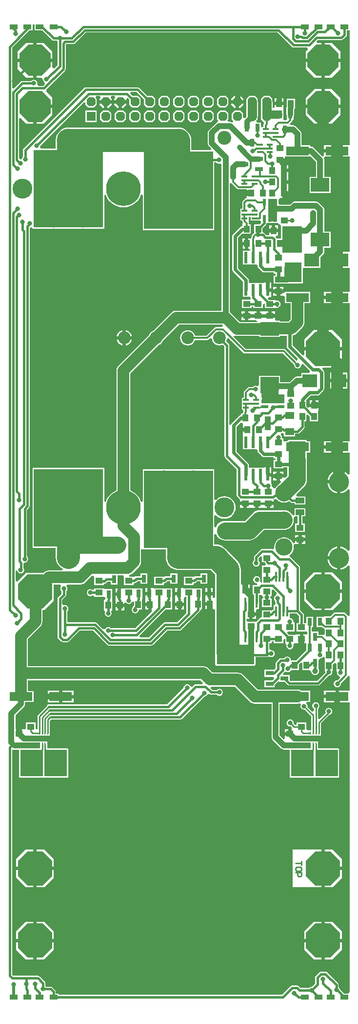
<source format=gtl>
G04*
G04 #@! TF.GenerationSoftware,Altium Limited,Altium Designer,18.0.12 (696)*
G04*
G04 Layer_Physical_Order=1*
G04 Layer_Color=255*
%FSLAX44Y44*%
%MOMM*%
G71*
G01*
G75*
%ADD13C,0.2540*%
%ADD19R,1.4000X0.8000*%
%ADD20R,0.8000X1.4000*%
%ADD21R,1.2000X0.6000*%
%ADD22R,0.6000X1.2000*%
%ADD23R,1.0160X1.2700*%
%ADD24R,12.0000X13.5000*%
%ADD25R,1.2700X1.0160*%
%ADD26R,1.5240X1.0160*%
%ADD27R,1.1000X2.4000*%
%ADD28R,1.5000X1.3000*%
%ADD29R,1.4000X0.8600*%
%ADD30R,0.6000X2.0000*%
%ADD31R,4.0000X1.5000*%
%ADD32R,0.4200X1.7800*%
%ADD33R,2.5000X2.3000*%
%ADD34R,1.0500X0.3500*%
%ADD35R,3.2000X2.4000*%
%ADD36R,1.6510X1.2700*%
%ADD68R,0.2800X0.5000*%
%ADD69R,1.6000X0.9000*%
%ADD70C,0.4000*%
%ADD71C,2.0000*%
%ADD72C,0.3000*%
%ADD73C,3.0000*%
%ADD74C,4.0000*%
%ADD75C,0.3500*%
%ADD76C,1.0000*%
%ADD77C,0.6000*%
%ADD78C,0.2800*%
%ADD79C,0.9000*%
%ADD80C,0.5000*%
%ADD81C,1.4000*%
%ADD82C,1.6000*%
%ADD83R,4.0000X1.6500*%
%ADD84R,3.4000X4.6000*%
%ADD85R,3.0000X3.5000*%
%ADD86R,1.6500X4.0000*%
%ADD87R,3.9750X4.6750*%
%ADD88R,3.9750X4.6750*%
%ADD89R,4.2750X1.0250*%
%ADD90R,4.2750X1.0000*%
%ADD91R,3.0000X3.7250*%
%ADD92R,0.7000X1.3000*%
%ADD93R,1.1000X4.3000*%
%ADD94R,1.1000X3.7500*%
%ADD95R,6.5500X3.4250*%
%ADD96R,3.0000X4.7500*%
%ADD97C,4.0000*%
%ADD98C,2.2000*%
%ADD99P,5.9532X8X292.5*%
%ADD100C,0.8000*%
%ADD101C,6.0000*%
%ADD102C,3.4500*%
%ADD103C,2.4000*%
%ADD104P,6.4944X8X292.5*%
%ADD105P,1.7318X8X292.5*%
%ADD106R,1.6000X1.6000*%
%ADD107C,3.0000*%
%ADD108C,3.5000*%
%ADD109C,1.0000*%
G36*
X546000Y56700D02*
X546000Y53700D01*
X546000Y-141960D01*
X527290D01*
Y-152000D01*
Y-162040D01*
X546000D01*
X546000Y-326960D01*
X534400D01*
Y-341000D01*
Y-355040D01*
X546000D01*
Y-395960D01*
X527290D01*
Y-406000D01*
Y-416040D01*
X546000D01*
X546000Y-654960D01*
X527290D01*
Y-665000D01*
Y-675040D01*
X546000D01*
Y-711624D01*
X543000Y-712698D01*
X541739Y-711161D01*
X538688Y-708657D01*
X535206Y-706796D01*
X531428Y-705650D01*
X530500Y-705558D01*
Y-725400D01*
Y-745241D01*
X531428Y-745150D01*
X535206Y-744004D01*
X538688Y-742143D01*
X541739Y-739639D01*
X543000Y-738102D01*
X546000Y-739176D01*
X546000Y-843724D01*
X543000Y-844798D01*
X541739Y-843261D01*
X538688Y-840757D01*
X535206Y-838896D01*
X531428Y-837750D01*
X530500Y-837658D01*
Y-857500D01*
Y-877342D01*
X531428Y-877250D01*
X535206Y-876104D01*
X538688Y-874243D01*
X541739Y-871739D01*
X543000Y-870202D01*
X546000Y-871276D01*
Y-956865D01*
X544736Y-957294D01*
X543000Y-957364D01*
X542454Y-956546D01*
X538703Y-952796D01*
X537463Y-951968D01*
X536000Y-951677D01*
X521090D01*
X519627Y-951968D01*
X518386Y-952796D01*
X512783Y-958400D01*
X502760D01*
X502760Y-958400D01*
X502760Y-958400D01*
X500009Y-959000D01*
X489000D01*
Y-977000D01*
X498663D01*
X500787Y-979123D01*
X501945Y-979897D01*
X502760Y-980059D01*
Y-989625D01*
X499760Y-990773D01*
X499303Y-990468D01*
X497840Y-990177D01*
X492000D01*
Y-985000D01*
X480569D01*
Y-977000D01*
X483000D01*
Y-959000D01*
X471000D01*
Y-967322D01*
X470850Y-970260D01*
X466578Y-970260D01*
Y-955500D01*
X466268Y-953939D01*
X465384Y-952616D01*
X465384Y-952616D01*
X460078Y-947311D01*
Y-874000D01*
X459768Y-872439D01*
X458884Y-871116D01*
X458884Y-871116D01*
X443884Y-856116D01*
X442858Y-855431D01*
X442493Y-854563D01*
X442317Y-853551D01*
X442331Y-852128D01*
X444279Y-850529D01*
X446403Y-847940D01*
X447982Y-844987D01*
X448954Y-841783D01*
X449282Y-838450D01*
X448966Y-835241D01*
X448954Y-835117D01*
X448954Y-835114D01*
X448954Y-835114D01*
X448954Y-835117D01*
X448960Y-835175D01*
X448954Y-835114D01*
X448946Y-834146D01*
X451499Y-832780D01*
X453741Y-832780D01*
X457000D01*
Y-828160D01*
X451110D01*
Y-829892D01*
X451110Y-830014D01*
X451110Y-830014D01*
X451110Y-830797D01*
X448153Y-831994D01*
X447982Y-831913D01*
X447617Y-831230D01*
X446403Y-828960D01*
X444279Y-826371D01*
X441690Y-824247D01*
X438737Y-822668D01*
X435533Y-821696D01*
X432200Y-821368D01*
X428867Y-821696D01*
X425663Y-822668D01*
X422710Y-824247D01*
X420121Y-826371D01*
X417997Y-828960D01*
X416418Y-831913D01*
X415446Y-835117D01*
X415118Y-838450D01*
X415316Y-840465D01*
X412561Y-842232D01*
X411000Y-841922D01*
X411000Y-841922D01*
X394000D01*
X392439Y-842232D01*
X391116Y-843116D01*
X391116Y-843116D01*
X381116Y-853116D01*
X380232Y-854439D01*
X379922Y-856000D01*
X379922Y-856000D01*
Y-861509D01*
X379674Y-861674D01*
X378348Y-863659D01*
X377882Y-866000D01*
X378348Y-868341D01*
X379674Y-870326D01*
X381659Y-871652D01*
X384000Y-872117D01*
X386341Y-871652D01*
X388326Y-870326D01*
X389652Y-868341D01*
X390117Y-866000D01*
X389652Y-863659D01*
X388326Y-861674D01*
X388078Y-861509D01*
Y-857689D01*
X391378Y-854389D01*
X394150Y-855537D01*
Y-864420D01*
X398605D01*
X398732Y-865061D01*
X399616Y-866384D01*
X400812Y-867580D01*
X399570Y-870580D01*
X394150D01*
Y-884740D01*
X394150D01*
Y-887600D01*
X394150D01*
Y-899981D01*
X392175Y-900394D01*
X390343Y-897803D01*
X390652Y-897341D01*
X391118Y-895000D01*
X390652Y-892659D01*
X389326Y-890674D01*
X387341Y-889348D01*
X385000Y-888882D01*
X382659Y-889348D01*
X380674Y-890674D01*
X379348Y-892659D01*
X378882Y-895000D01*
X379348Y-897341D01*
X380674Y-899326D01*
X382659Y-900652D01*
X384276Y-900974D01*
X384666Y-901260D01*
X385465Y-902567D01*
X385922Y-903993D01*
X385786Y-904150D01*
X378080D01*
Y-920850D01*
X378080D01*
X377380Y-923560D01*
X374464D01*
X372460Y-921390D01*
X372460Y-920560D01*
Y-915500D01*
X364840D01*
Y-912500D01*
X361840D01*
Y-903610D01*
X360106D01*
X357220Y-903610D01*
X357106Y-900657D01*
Y-877000D01*
X357106Y-877000D01*
X356682Y-872687D01*
X355424Y-868540D01*
X353381Y-864718D01*
X350632Y-861368D01*
X350631Y-861368D01*
X329632Y-840368D01*
X326282Y-837619D01*
X322460Y-835576D01*
X318313Y-834318D01*
X314000Y-833894D01*
X311000D01*
Y-816263D01*
X314000Y-815818D01*
X314218Y-816537D01*
X315797Y-819490D01*
X317921Y-822079D01*
X320510Y-824203D01*
X323463Y-825782D01*
X326667Y-826754D01*
X330000Y-827082D01*
X371450D01*
X374783Y-826754D01*
X377987Y-825782D01*
X380940Y-824203D01*
X383529Y-822079D01*
X397076Y-808532D01*
X432200D01*
X435533Y-808204D01*
X438737Y-807232D01*
X441690Y-805653D01*
X444279Y-803529D01*
X446403Y-800940D01*
X447982Y-797987D01*
X448954Y-794783D01*
X449282Y-791450D01*
X449026Y-788848D01*
X449958Y-786234D01*
X449958Y-786234D01*
X449958Y-786234D01*
D01*
X451168Y-785080D01*
X452276Y-785080D01*
X452533Y-785080D01*
X455922D01*
Y-797760D01*
X451650D01*
Y-811920D01*
X468350D01*
Y-797760D01*
X464078D01*
Y-785080D01*
X469620D01*
Y-770920D01*
X450380D01*
Y-782406D01*
X450380Y-782413D01*
X450380Y-782413D01*
X450380Y-783035D01*
X448461Y-783516D01*
X446205Y-781718D01*
X444279Y-779371D01*
X441690Y-777247D01*
X438737Y-775668D01*
X435533Y-774696D01*
X432200Y-774368D01*
X390000D01*
X386667Y-774696D01*
X383463Y-775668D01*
X380510Y-777247D01*
X377921Y-779371D01*
X364374Y-792918D01*
X330000D01*
X326667Y-793246D01*
X323463Y-794218D01*
X320510Y-795797D01*
X317921Y-797921D01*
X315797Y-800510D01*
X314218Y-803463D01*
X314000Y-804182D01*
X311000Y-803737D01*
Y-783982D01*
X314000Y-782909D01*
X314695Y-783755D01*
X317664Y-786192D01*
X321052Y-788003D01*
X324727Y-789118D01*
X328550Y-789494D01*
X332373Y-789118D01*
X336049Y-788003D01*
X339436Y-786192D01*
X342405Y-783755D01*
X344842Y-780786D01*
X346653Y-777398D01*
X347768Y-773723D01*
X348144Y-769900D01*
X347768Y-766077D01*
X346653Y-762402D01*
X344842Y-759014D01*
X342405Y-756045D01*
X339436Y-753608D01*
X336049Y-751797D01*
X332373Y-750682D01*
X328550Y-750306D01*
X324727Y-750682D01*
X321052Y-751797D01*
X317664Y-753608D01*
X314695Y-756045D01*
X314000Y-756891D01*
X311000Y-755818D01*
Y-703200D01*
X275481D01*
X274400Y-703093D01*
X273319Y-703200D01*
X224681D01*
X223600Y-703093D01*
X222519Y-703200D01*
X187000D01*
Y-759510D01*
X184028Y-759981D01*
X182100Y-755327D01*
X179469Y-751033D01*
X176197Y-747203D01*
X172367Y-743931D01*
X168073Y-741300D01*
X165604Y-740277D01*
Y-537512D01*
X215199Y-487916D01*
X216555Y-487355D01*
X219271Y-485271D01*
X221355Y-482555D01*
X221917Y-481199D01*
X250012Y-453104D01*
X325073D01*
X326063Y-454426D01*
X324561Y-457426D01*
X313890D01*
X312426Y-457717D01*
X311186Y-458546D01*
X297555Y-472177D01*
X277487D01*
X276355Y-469444D01*
X274272Y-466728D01*
X271556Y-464645D01*
X268394Y-463335D01*
X265000Y-462888D01*
X261606Y-463335D01*
X258444Y-464645D01*
X255728Y-466728D01*
X253645Y-469444D01*
X252335Y-472606D01*
X251888Y-476000D01*
X252335Y-479394D01*
X253645Y-482556D01*
X255728Y-485272D01*
X258444Y-487355D01*
X261606Y-488665D01*
X265000Y-489112D01*
X268394Y-488665D01*
X271556Y-487355D01*
X274272Y-485272D01*
X276355Y-482556D01*
X277487Y-479823D01*
X299139D01*
X300602Y-479532D01*
X301842Y-478704D01*
X303941Y-476605D01*
X307108Y-477680D01*
X307334Y-479393D01*
X308644Y-482555D01*
X310728Y-485271D01*
X313443Y-487355D01*
X316605Y-488665D01*
X319999Y-489111D01*
X323393Y-488665D01*
X325871Y-487638D01*
X328922Y-490689D01*
Y-681000D01*
X328922Y-681000D01*
X329232Y-682561D01*
X330116Y-683884D01*
X349922Y-703689D01*
Y-748427D01*
X349922Y-748427D01*
X350232Y-749988D01*
X351116Y-751311D01*
X354939Y-755134D01*
X356110Y-755916D01*
Y-759660D01*
X365000D01*
Y-762660D01*
X368000D01*
Y-770280D01*
X373890D01*
Y-770280D01*
X376110D01*
Y-770280D01*
X382000D01*
Y-762660D01*
X388000D01*
Y-770280D01*
X393890D01*
Y-770280D01*
X396110D01*
Y-770280D01*
X402000D01*
Y-762660D01*
X405000D01*
Y-759660D01*
X413890D01*
Y-756301D01*
X415311Y-756018D01*
X416634Y-755134D01*
X419833Y-756178D01*
X420121Y-756529D01*
X422710Y-758653D01*
X425663Y-760232D01*
X428867Y-761204D01*
X432200Y-761532D01*
X435533Y-761204D01*
X438737Y-760232D01*
X441003Y-759021D01*
X442546Y-760564D01*
X442546Y-760564D01*
X443869Y-761448D01*
X445430Y-761758D01*
X445430Y-761758D01*
X450380D01*
Y-764760D01*
X469620D01*
Y-750600D01*
X454451D01*
X453208Y-747600D01*
X467079Y-733729D01*
X469203Y-731140D01*
X470782Y-728187D01*
X471754Y-724983D01*
X472082Y-721650D01*
Y-687500D01*
X472039Y-687063D01*
Y-674500D01*
X477710D01*
Y-655500D01*
X472039D01*
Y-655000D01*
X471884Y-654220D01*
X471442Y-653558D01*
X470780Y-653116D01*
X470000Y-652961D01*
X440000D01*
X439220Y-653116D01*
X438558Y-653558D01*
X438116Y-654220D01*
X437961Y-655000D01*
Y-655500D01*
X433850D01*
X433710Y-655500D01*
X430850Y-655162D01*
Y-650260D01*
X430062D01*
X428618Y-648500D01*
X428152Y-646159D01*
X426870Y-644240D01*
X426947Y-643822D01*
X427834Y-641240D01*
X431350D01*
X432280Y-643855D01*
Y-646470D01*
X451280D01*
Y-642048D01*
X456030D01*
X456030Y-642048D01*
X457591Y-641738D01*
X458914Y-640854D01*
X466884Y-632884D01*
X466884Y-632884D01*
X467768Y-631561D01*
X468078Y-630000D01*
X467918Y-629195D01*
Y-620350D01*
X470920D01*
Y-609767D01*
X473692Y-608619D01*
X477080Y-612008D01*
Y-620350D01*
X491240D01*
Y-604666D01*
X491780Y-601890D01*
X491780Y-601890D01*
X491780Y-601890D01*
Y-596000D01*
X484160D01*
X476540D01*
Y-596013D01*
X473768Y-597161D01*
X470920Y-594312D01*
Y-584650D01*
X470920D01*
X470522Y-583688D01*
X478112Y-576098D01*
X490000D01*
X491951Y-575710D01*
X493605Y-574605D01*
X500605Y-567605D01*
X501710Y-565951D01*
X502098Y-564000D01*
Y-536000D01*
X501710Y-534049D01*
X500605Y-532395D01*
X498521Y-530312D01*
X499669Y-527540D01*
X516270D01*
X532540Y-511270D01*
Y-498000D01*
X500000D01*
X467460D01*
Y-505331D01*
X464688Y-506479D01*
X447098Y-488888D01*
Y-471827D01*
X448133Y-471691D01*
X451052Y-470482D01*
X453559Y-468559D01*
X464268Y-457849D01*
X466192Y-455342D01*
X467401Y-452423D01*
X467814Y-449290D01*
Y-415500D01*
X477710D01*
Y-396500D01*
X434390D01*
X433710Y-396500D01*
X431390Y-394858D01*
Y-387700D01*
X425500D01*
Y-395320D01*
X422500D01*
D01*
X425500D01*
Y-402940D01*
X430710D01*
X431390Y-402940D01*
X433710Y-404582D01*
Y-415500D01*
X443606D01*
Y-444277D01*
X439986Y-447896D01*
X425000D01*
Y-446500D01*
X418885D01*
X416390Y-445280D01*
X416390Y-443500D01*
Y-440660D01*
X407500D01*
Y-437660D01*
X404500D01*
Y-430040D01*
X399164D01*
X396230Y-429880D01*
X395676Y-429880D01*
X390340D01*
Y-437500D01*
X384340D01*
Y-429880D01*
X379390D01*
X376390Y-429880D01*
X375450Y-429880D01*
X370500D01*
Y-437500D01*
Y-445120D01*
X375450D01*
X378450Y-445120D01*
X379390Y-445120D01*
X384028D01*
X386338Y-448120D01*
X386265Y-448396D01*
X355513D01*
X339558Y-432441D01*
X338060Y-431292D01*
Y-208399D01*
X338489Y-208232D01*
X341060Y-207900D01*
X341477Y-208523D01*
X350477Y-217523D01*
X351634Y-218297D01*
X353000Y-218569D01*
X367220D01*
Y-222000D01*
X374840D01*
Y-228000D01*
X367220D01*
Y-233732D01*
X366037Y-233968D01*
X364796Y-234796D01*
X361046Y-238546D01*
X360218Y-239787D01*
X359927Y-241250D01*
Y-252250D01*
X356500D01*
Y-259750D01*
Y-266250D01*
Y-272750D01*
X359927D01*
Y-273750D01*
X360218Y-275213D01*
X360844Y-276150D01*
X360260Y-279150D01*
X360260D01*
Y-282402D01*
X360000D01*
X358049Y-282790D01*
X356395Y-283895D01*
X343895Y-296395D01*
X342790Y-298049D01*
X342402Y-300000D01*
Y-357500D01*
X342790Y-359451D01*
X343895Y-361105D01*
X360852Y-378062D01*
Y-392940D01*
X360950Y-393433D01*
Y-404940D01*
X370650D01*
X370950Y-404940D01*
X372929D01*
X374643Y-407529D01*
X374538Y-407912D01*
X373996Y-408763D01*
X372870Y-410100D01*
X359150D01*
Y-424260D01*
X375850D01*
Y-421258D01*
X378990D01*
Y-424260D01*
X395690D01*
Y-418327D01*
X398690Y-416724D01*
X399150Y-417031D01*
Y-424420D01*
X415850D01*
Y-424420D01*
X418850Y-423848D01*
X420000Y-424077D01*
X421561Y-423766D01*
X422884Y-422882D01*
X422996Y-422714D01*
X424326Y-421826D01*
X425652Y-419841D01*
X426118Y-417500D01*
X425652Y-415159D01*
X424326Y-413174D01*
X422341Y-411848D01*
X420000Y-411382D01*
X418850Y-411611D01*
X415850Y-410260D01*
Y-410260D01*
X406188D01*
X404179Y-408252D01*
X405327Y-405480D01*
X409590D01*
Y-395940D01*
X404050D01*
Y-392940D01*
X401050D01*
Y-380400D01*
X398510D01*
X398510Y-380400D01*
X398510Y-380400D01*
X395734Y-380940D01*
X386350D01*
Y-380940D01*
X383650D01*
Y-380940D01*
X374048D01*
X373650Y-380940D01*
X371048Y-379979D01*
Y-375950D01*
X370660Y-373999D01*
X369555Y-372345D01*
X352598Y-355388D01*
Y-302112D01*
X359270Y-295440D01*
X360260Y-295850D01*
Y-295850D01*
X374420D01*
Y-279150D01*
X371163D01*
Y-277340D01*
X370872Y-275877D01*
X370788Y-275750D01*
X371000Y-272750D01*
X371000D01*
Y-266323D01*
X374000D01*
Y-272750D01*
X380881D01*
X381250Y-272824D01*
X389250D01*
X390000Y-272674D01*
X392024Y-273797D01*
X392207Y-274667D01*
X392143Y-277250D01*
X390242Y-279150D01*
X380580D01*
Y-294273D01*
X379796Y-294796D01*
X377046Y-297546D01*
X376218Y-298787D01*
X375927Y-300250D01*
Y-301626D01*
X375876Y-301677D01*
X375048Y-302917D01*
X374910Y-303610D01*
X370340D01*
Y-312500D01*
Y-321390D01*
X371648D01*
X373856Y-324390D01*
X373650Y-325060D01*
X370950D01*
X370650Y-325060D01*
X360950D01*
Y-349060D01*
X370650D01*
X370950Y-349060D01*
X373650D01*
X373950Y-349060D01*
X383252D01*
X383650Y-349060D01*
X386252Y-350021D01*
Y-351350D01*
X386640Y-353301D01*
X387745Y-354955D01*
X394055Y-361265D01*
X395709Y-362370D01*
X397660Y-362758D01*
X414150D01*
Y-364740D01*
X417402D01*
Y-367920D01*
X414150D01*
Y-382080D01*
X430850D01*
Y-382060D01*
X438000D01*
X438161Y-382039D01*
X463000D01*
X463780Y-381884D01*
X464442Y-381442D01*
X464884Y-380780D01*
X465039Y-380000D01*
Y-357061D01*
X466100Y-354500D01*
X468039Y-354500D01*
X495100D01*
Y-336485D01*
X499992Y-331592D01*
X501115Y-330130D01*
X501820Y-328427D01*
X502060Y-326600D01*
Y-320000D01*
X513000D01*
Y-292000D01*
X502060D01*
Y-254000D01*
X501820Y-252173D01*
X501115Y-250470D01*
X499992Y-249008D01*
X492992Y-242008D01*
X491530Y-240886D01*
X489827Y-240180D01*
X488000Y-239940D01*
X451000D01*
X449173Y-240180D01*
X447470Y-240886D01*
X446008Y-242008D01*
X443529Y-244486D01*
X440850Y-245260D01*
Y-245260D01*
X424150D01*
X422539Y-242927D01*
Y-236061D01*
X424068Y-234402D01*
X425377Y-233890D01*
X429160D01*
Y-225000D01*
X432160D01*
Y-222000D01*
X439780D01*
Y-216110D01*
X439780D01*
Y-214890D01*
X439780D01*
Y-209000D01*
X432160D01*
Y-203000D01*
X439780D01*
Y-197890D01*
X439780Y-197110D01*
Y-194890D01*
X439780Y-194110D01*
Y-189000D01*
X432160D01*
Y-183000D01*
X439780D01*
Y-177110D01*
X436273D01*
X433890Y-175620D01*
X433890Y-174110D01*
Y-171000D01*
X425000D01*
Y-165000D01*
X433890D01*
Y-163305D01*
X433890Y-161500D01*
X436246Y-161500D01*
X477710D01*
X477710Y-161500D01*
Y-161500D01*
X480031Y-163016D01*
X487940Y-170924D01*
Y-180000D01*
Y-190000D01*
Y-197000D01*
X477000D01*
Y-225000D01*
X513000D01*
Y-197000D01*
X502060D01*
Y-190000D01*
Y-180000D01*
Y-168000D01*
X501820Y-166173D01*
X501268Y-164840D01*
X501950Y-163410D01*
X503031Y-162040D01*
X521290D01*
Y-155000D01*
X501750D01*
Y-160522D01*
X498750Y-161765D01*
X483993Y-147008D01*
X482530Y-145885D01*
X480827Y-145180D01*
X479000Y-144940D01*
X477710D01*
Y-142500D01*
X462770D01*
Y-122710D01*
X462530Y-120883D01*
X461824Y-119180D01*
X460703Y-117718D01*
X452992Y-110008D01*
X451530Y-108885D01*
X449827Y-108180D01*
X448000Y-107940D01*
X443548D01*
X442467Y-104940D01*
X445704Y-101704D01*
X446532Y-100463D01*
X446823Y-99000D01*
Y-98000D01*
X449000D01*
Y-91500D01*
X449333Y-90697D01*
X449556Y-89000D01*
Y-80485D01*
X449838Y-80118D01*
X450493Y-78537D01*
X450517Y-78350D01*
X451240D01*
Y-61650D01*
X437080D01*
Y-75307D01*
X436667Y-76303D01*
X436444Y-78000D01*
Y-89000D01*
X436667Y-90697D01*
X437000Y-91500D01*
Y-98000D01*
X434487Y-99177D01*
X433513D01*
X431000Y-98000D01*
Y-89590D01*
X431078Y-89000D01*
X431000Y-88410D01*
Y-81699D01*
X431460Y-78890D01*
X431460Y-77191D01*
Y-73000D01*
X416220D01*
Y-76530D01*
X415436Y-77267D01*
X413220Y-78242D01*
X412086Y-77572D01*
Y-67000D01*
X412000Y-66345D01*
Y-62000D01*
X407000Y-57000D01*
X402655D01*
X402000Y-56914D01*
X401345Y-57000D01*
X397000D01*
X392000Y-62000D01*
Y-66345D01*
X391914Y-67000D01*
Y-89000D01*
X392000Y-89655D01*
Y-97400D01*
X397000Y-102400D01*
X397310Y-105400D01*
X396718Y-106287D01*
X396427Y-107750D01*
Y-110750D01*
X393000D01*
X392000Y-108164D01*
Y-103000D01*
X385243D01*
X384000Y-100000D01*
X386600Y-97400D01*
Y-93055D01*
X386686Y-92400D01*
Y-67000D01*
X386600Y-66345D01*
Y-62000D01*
X381600Y-57000D01*
X377255D01*
X376600Y-56914D01*
X375945Y-57000D01*
X371600D01*
X366600Y-62000D01*
Y-66345D01*
X366514Y-67000D01*
Y-92400D01*
X366600Y-93055D01*
Y-93128D01*
X364200Y-95528D01*
X361200Y-94346D01*
Y-87400D01*
X356200Y-82400D01*
X346200D01*
X341200Y-87400D01*
Y-97400D01*
X344287Y-100487D01*
X342530Y-102886D01*
X340827Y-102180D01*
X339000Y-101940D01*
X335180D01*
X334032Y-99168D01*
X335800Y-97400D01*
Y-87400D01*
X330800Y-82400D01*
X320800D01*
X315800Y-87400D01*
Y-97400D01*
X317510Y-99110D01*
X317354Y-100526D01*
X316582Y-102425D01*
X315470Y-102886D01*
X314008Y-104008D01*
X302008Y-116008D01*
X300886Y-117470D01*
X300180Y-119173D01*
X299940Y-121000D01*
Y-139000D01*
X300180Y-140827D01*
X300886Y-142530D01*
X302008Y-143992D01*
X305943Y-147928D01*
X304795Y-150700D01*
X271106D01*
Y-133800D01*
X270682Y-129487D01*
X269424Y-125340D01*
X267381Y-121518D01*
X264632Y-118168D01*
X261282Y-115419D01*
X257460Y-113376D01*
X253313Y-112118D01*
X249000Y-111694D01*
X58000D01*
X53687Y-112118D01*
X49540Y-113376D01*
X45718Y-115419D01*
X42368Y-118168D01*
X39619Y-121518D01*
X37576Y-125340D01*
X36318Y-129487D01*
X35894Y-133800D01*
Y-148200D01*
X10350D01*
X8669Y-145370D01*
X8680Y-145200D01*
X9118Y-143000D01*
X9060Y-142708D01*
X84428Y-67339D01*
X87200Y-68487D01*
Y-72000D01*
X92200Y-77000D01*
X102200D01*
X107200Y-72000D01*
Y-62000D01*
X105050Y-59850D01*
X106198Y-57078D01*
X112792D01*
X113940Y-59850D01*
X112060Y-61730D01*
Y-64000D01*
X122600D01*
X133140D01*
Y-61730D01*
X131260Y-59850D01*
X132408Y-57078D01*
X138192D01*
X139340Y-59850D01*
X137460Y-61730D01*
Y-64000D01*
X148000D01*
X158540D01*
Y-62150D01*
X160958Y-60326D01*
X163400Y-62768D01*
Y-72000D01*
X168400Y-77000D01*
X178400D01*
X183400Y-72000D01*
Y-62000D01*
X178400Y-57000D01*
X169168D01*
X165246Y-53078D01*
X166489Y-50078D01*
X176111D01*
X188800Y-62768D01*
Y-72000D01*
X193800Y-77000D01*
X203800D01*
X208800Y-72000D01*
Y-62000D01*
X203800Y-57000D01*
X194568D01*
X180684Y-43116D01*
X179361Y-42232D01*
X177800Y-41922D01*
X177800Y-41922D01*
X88000D01*
X86439Y-42232D01*
X85116Y-43116D01*
X85116Y-43116D01*
X-19984Y-148216D01*
X-20868Y-149539D01*
X-21178Y-151100D01*
X-21178Y-151100D01*
Y-162509D01*
X-21426Y-162674D01*
X-22752Y-164659D01*
X-22880Y-165304D01*
X-24236Y-166731D01*
X-25568Y-167167D01*
X-27922Y-165315D01*
Y-96058D01*
X-25150Y-94910D01*
X-15020Y-105040D01*
X-3000D01*
Y-75000D01*
X-0D01*
Y-72000D01*
X30040D01*
Y-59980D01*
X19509Y-49450D01*
X19292Y-48628D01*
X19692Y-45389D01*
X51884Y-13198D01*
X51884Y-13198D01*
X52768Y-11875D01*
X53078Y-10314D01*
X53078Y-10314D01*
Y32311D01*
X53689Y32922D01*
X66485D01*
X66485Y32922D01*
X68046Y33232D01*
X69369Y34116D01*
X88175Y52922D01*
X421311D01*
X446116Y28116D01*
X446116Y28116D01*
X447439Y27232D01*
X449000Y26922D01*
X449000Y26922D01*
X472619D01*
X473862Y23922D01*
X469960Y20020D01*
Y8000D01*
X497000D01*
Y35040D01*
X489791D01*
X488643Y37812D01*
X490753Y39922D01*
X532000D01*
X532000Y39922D01*
X533561Y40232D01*
X534884Y41116D01*
X539884Y46116D01*
X539884Y46116D01*
X540768Y47439D01*
X541078Y49000D01*
X541078Y49000D01*
Y56700D01*
X546000D01*
D02*
G37*
G36*
X-1000D02*
X12532D01*
X29116Y40116D01*
X29116Y40116D01*
X30439Y39232D01*
X32000Y38922D01*
X32000Y38922D01*
X38509D01*
X38674Y38674D01*
X38922Y38509D01*
Y-3311D01*
X33040Y-9192D01*
X30040Y-7950D01*
Y2000D01*
X3000D01*
Y-25040D01*
X11428D01*
X13882Y-28000D01*
X14348Y-30341D01*
X15674Y-32326D01*
X16456Y-32848D01*
X17166Y-36380D01*
X14124Y-39422D01*
X5870D01*
X5259Y-38849D01*
X3835Y-36422D01*
X4117Y-35000D01*
X3652Y-32659D01*
X2326Y-30674D01*
X341Y-29348D01*
X-2000Y-28882D01*
X-4341Y-29348D01*
X-6326Y-30674D01*
X-6491Y-30922D01*
X-22000D01*
X-23561Y-31232D01*
X-24884Y-32116D01*
X-24884Y-32116D01*
X-37150Y-44382D01*
X-39922Y-43234D01*
Y26583D01*
X-10116Y56388D01*
X-9908Y56700D01*
X-4000D01*
Y67000D01*
X-1000D01*
Y56700D01*
D02*
G37*
G36*
X314674Y-172326D02*
X316659Y-173652D01*
X319000Y-174118D01*
X320940Y-173732D01*
X321948Y-174089D01*
X323940Y-175524D01*
Y-428896D01*
X244998D01*
X241866Y-429309D01*
X238947Y-430518D01*
X236440Y-432441D01*
X204799Y-464082D01*
X203443Y-464644D01*
X200728Y-466727D01*
X198644Y-469443D01*
X198082Y-470799D01*
X144942Y-523940D01*
X143018Y-526447D01*
X141809Y-529366D01*
X141397Y-532498D01*
Y-740277D01*
X138927Y-741300D01*
X134633Y-743931D01*
X130803Y-747203D01*
X127531Y-751033D01*
X124900Y-755327D01*
X122972Y-759981D01*
X120000Y-759510D01*
Y-700700D01*
X-4000D01*
Y-839700D01*
X35894D01*
Y-856000D01*
X36318Y-860313D01*
X37576Y-864460D01*
X39619Y-868282D01*
X42368Y-871632D01*
X45718Y-874381D01*
X48554Y-875896D01*
X47802Y-878896D01*
X24000D01*
X20867Y-879309D01*
X17948Y-880518D01*
X15441Y-882441D01*
X14883Y-883000D01*
X-16000D01*
X-30922Y-897922D01*
X-33922Y-896679D01*
Y-879280D01*
X-30922Y-878985D01*
X-30652Y-880341D01*
X-29326Y-882326D01*
X-27341Y-883652D01*
X-25000Y-884118D01*
X-22659Y-883652D01*
X-20674Y-882326D01*
X-19348Y-880341D01*
X-18882Y-878000D01*
X-19348Y-875659D01*
X-19922Y-874801D01*
Y-867794D01*
X-18069Y-865214D01*
X-17023Y-864923D01*
X-15659Y-864652D01*
X-13674Y-863326D01*
X-12348Y-861341D01*
X-11882Y-859000D01*
X-12348Y-856659D01*
X-13674Y-854674D01*
X-13922Y-854509D01*
Y-773689D01*
X-10516Y-770284D01*
X-9632Y-768961D01*
X-9322Y-767400D01*
X-9322Y-767400D01*
Y-287008D01*
X-9161Y-285563D01*
X-6721Y-284146D01*
X-6415Y-284070D01*
X-4000Y-285865D01*
Y-287200D01*
X31519D01*
X32600Y-287306D01*
X33681Y-287200D01*
X82319D01*
X83400Y-287306D01*
X84481Y-287200D01*
X120000D01*
Y-228290D01*
X122972Y-227819D01*
X124900Y-232473D01*
X127531Y-236767D01*
X130803Y-240597D01*
X134633Y-243869D01*
X138927Y-246500D01*
X143581Y-248428D01*
X148479Y-249604D01*
X153500Y-249999D01*
X158521Y-249604D01*
X163419Y-248428D01*
X168073Y-246500D01*
X172367Y-243869D01*
X176197Y-240597D01*
X179469Y-236767D01*
X182100Y-232473D01*
X184028Y-227819D01*
X187000Y-228290D01*
Y-289700D01*
X311000D01*
Y-172078D01*
X314509D01*
X314674Y-172326D01*
D02*
G37*
G36*
X422000Y-277000D02*
X424150Y-279052D01*
Y-279740D01*
X424871D01*
X426638Y-281268D01*
X427012Y-282740D01*
X426961Y-283000D01*
Y-304150D01*
X419317D01*
X417768Y-301623D01*
X418900Y-298890D01*
X421460D01*
Y-293000D01*
X406220D01*
Y-297922D01*
X401689D01*
X398384Y-294616D01*
X397061Y-293732D01*
X395500Y-293422D01*
X394740Y-290596D01*
Y-286188D01*
X400884Y-280044D01*
X400884Y-280044D01*
X401768Y-278721D01*
X402078Y-277160D01*
X404928Y-277039D01*
X420500D01*
X420697Y-277000D01*
X422000Y-277000D01*
D02*
G37*
G36*
X347367Y-472191D02*
X350500Y-472604D01*
X389000D01*
Y-474500D01*
X425000D01*
Y-472104D01*
X436902D01*
Y-491000D01*
X437290Y-492951D01*
X438395Y-494605D01*
X456000Y-512209D01*
X454928Y-515381D01*
X453923Y-515516D01*
X434704Y-496296D01*
X433463Y-495468D01*
X432000Y-495177D01*
X365443D01*
X344530Y-474263D01*
X346229Y-471720D01*
X347367Y-472191D01*
D02*
G37*
G36*
X361156Y-501704D02*
X362397Y-502532D01*
X363860Y-502823D01*
X430416D01*
X450000Y-522407D01*
X449883Y-523000D01*
X450348Y-525341D01*
X451674Y-527326D01*
X453659Y-528652D01*
X456000Y-529118D01*
X458341Y-528652D01*
X460326Y-527326D01*
X461652Y-525341D01*
X462118Y-523000D01*
X462011Y-522463D01*
X464776Y-520985D01*
X477290Y-533500D01*
X476048Y-536500D01*
X462100D01*
Y-542940D01*
X455000D01*
X453173Y-543180D01*
X451470Y-543885D01*
X450008Y-545008D01*
X442076Y-552940D01*
X425000D01*
Y-541500D01*
X389000D01*
Y-558191D01*
X386000Y-559788D01*
X385340Y-559347D01*
X382999Y-558881D01*
X380658Y-559347D01*
X378674Y-560673D01*
X378338Y-561175D01*
X372001D01*
X370538Y-561466D01*
X369298Y-562295D01*
X363546Y-568046D01*
X362718Y-569287D01*
X362427Y-570750D01*
Y-579750D01*
X359000D01*
Y-587250D01*
Y-593750D01*
Y-600250D01*
X360144D01*
X360527Y-600614D01*
X361659Y-603250D01*
X361468Y-603537D01*
X361177Y-605000D01*
Y-606650D01*
X357760D01*
Y-609902D01*
X357500D01*
X355549Y-610290D01*
X353895Y-611395D01*
X341395Y-623895D01*
X340290Y-625549D01*
X340078Y-626614D01*
X337078Y-626318D01*
Y-489000D01*
X336768Y-487439D01*
X335884Y-486116D01*
X335884Y-486116D01*
X331638Y-481871D01*
X332665Y-479393D01*
X332890Y-477680D01*
X336058Y-476605D01*
X361156Y-501704D01*
D02*
G37*
G36*
X423000Y-574000D02*
X394000D01*
X391000Y-571000D01*
Y-567000D01*
X423000D01*
Y-574000D01*
D02*
G37*
G36*
X360575Y-623798D02*
X361060Y-626110D01*
X361060D01*
Y-632000D01*
X368680D01*
Y-638000D01*
X361060D01*
Y-642106D01*
X360950Y-645060D01*
X360950Y-646844D01*
Y-669060D01*
X370650D01*
X370950Y-669060D01*
X373650D01*
X373950Y-669060D01*
X383252D01*
X383650Y-669060D01*
X386252Y-670021D01*
Y-671350D01*
X386640Y-673301D01*
X387745Y-674955D01*
X394055Y-681265D01*
X395709Y-682370D01*
X397660Y-682758D01*
X414150D01*
Y-684740D01*
X417402D01*
Y-687760D01*
X414150D01*
Y-701920D01*
X430850D01*
Y-699938D01*
X437918D01*
Y-714574D01*
X434162Y-718330D01*
X433750Y-718160D01*
X425500D01*
Y-722780D01*
X425792D01*
X426940Y-725552D01*
X420121Y-732371D01*
X417997Y-734960D01*
X417105Y-736627D01*
X413808Y-736432D01*
X413350Y-735260D01*
X413350D01*
X411118Y-732500D01*
X410652Y-730159D01*
X409530Y-728480D01*
X409590Y-725480D01*
X409590Y-724743D01*
Y-715940D01*
X404050D01*
Y-712940D01*
X401050D01*
Y-700400D01*
X399126D01*
X398510Y-700400D01*
X395734Y-700940D01*
X386350D01*
Y-700940D01*
X383650D01*
Y-700940D01*
X374048D01*
X373650Y-700940D01*
X371048Y-699979D01*
Y-695950D01*
X370660Y-693999D01*
X369555Y-692345D01*
X350098Y-672888D01*
Y-629612D01*
X355229Y-624481D01*
X357760Y-623350D01*
X357760D01*
X360575Y-623798D01*
D02*
G37*
G36*
X226894Y-856000D02*
X227318Y-860313D01*
X228576Y-864460D01*
X230619Y-868282D01*
X233368Y-871632D01*
X236718Y-874381D01*
X240540Y-876424D01*
X244687Y-877682D01*
X249000Y-878106D01*
X304843D01*
X312894Y-886157D01*
Y-924831D01*
X310885Y-926405D01*
X309018Y-926191D01*
X308540Y-925671D01*
Y-922000D01*
X295460D01*
Y-928540D01*
X295540D01*
Y-934000D01*
X303160D01*
Y-937000D01*
X306160D01*
Y-945890D01*
X309893D01*
X310780Y-945890D01*
X312894Y-948015D01*
Y-1021000D01*
X312961Y-1021683D01*
Y-1041750D01*
X313116Y-1042530D01*
X313558Y-1043192D01*
X314220Y-1043634D01*
X315000Y-1043789D01*
X380500D01*
X381280Y-1043634D01*
X381942Y-1043192D01*
X382384Y-1042530D01*
X382539Y-1041750D01*
Y-1029078D01*
X402500D01*
X402500Y-1029078D01*
X404061Y-1028768D01*
X405384Y-1027884D01*
X405836Y-1027432D01*
X407658Y-1028650D01*
X409999Y-1029116D01*
X412340Y-1028650D01*
X414325Y-1027324D01*
X415651Y-1025339D01*
X416117Y-1022998D01*
X415651Y-1020657D01*
X414325Y-1018672D01*
X412340Y-1017346D01*
X409999Y-1016880D01*
X409578Y-1016964D01*
X406578Y-1014734D01*
Y-1004740D01*
X410850D01*
Y-1001738D01*
X414150D01*
Y-1004740D01*
X430850D01*
Y-998981D01*
X433850Y-997377D01*
X434150Y-997578D01*
Y-1004740D01*
X434856D01*
X435637Y-1005688D01*
X436733Y-1007740D01*
X436382Y-1009500D01*
X436848Y-1011841D01*
X438174Y-1013826D01*
X440159Y-1015152D01*
X442500Y-1015618D01*
X444841Y-1015152D01*
X446826Y-1013826D01*
X448152Y-1011841D01*
X448618Y-1009500D01*
X448268Y-1007740D01*
X449363Y-1005688D01*
X450144Y-1004740D01*
X450610D01*
X450834Y-1004740D01*
X453610Y-1005280D01*
X453626Y-1005280D01*
X459500D01*
Y-997660D01*
Y-990040D01*
X453626D01*
X453610Y-990040D01*
X450834Y-990580D01*
X450610Y-990580D01*
X441188D01*
X437799Y-987192D01*
X438947Y-984420D01*
X450850D01*
Y-970260D01*
X450850D01*
X448617Y-967498D01*
X448151Y-965157D01*
X446825Y-963172D01*
X444840Y-961846D01*
X444487Y-961776D01*
X442436Y-961095D01*
X441850Y-958451D01*
Y-953078D01*
X454311D01*
X458422Y-957189D01*
Y-970260D01*
X454150D01*
Y-984420D01*
X470431D01*
X470850Y-984420D01*
X472739Y-985160D01*
X473065Y-987734D01*
X470979Y-990040D01*
X465500D01*
Y-997660D01*
Y-1005280D01*
X468920D01*
X471000Y-1005280D01*
X471000Y-1006839D01*
Y-1017072D01*
X453422Y-1034650D01*
X444652D01*
X444117Y-1033998D01*
X443651Y-1031657D01*
X442325Y-1029672D01*
X440340Y-1028346D01*
X437999Y-1027880D01*
X435658Y-1028346D01*
X433673Y-1029672D01*
X432840Y-1030920D01*
X426685D01*
X425125Y-1031230D01*
X423802Y-1032114D01*
X423801Y-1032114D01*
X419115Y-1036800D01*
X418231Y-1038123D01*
X417921Y-1039684D01*
X417921Y-1039684D01*
Y-1048309D01*
X415229Y-1051000D01*
X398000D01*
Y-1063000D01*
X413990D01*
X415232Y-1066000D01*
X412232Y-1069000D01*
X398000D01*
Y-1081000D01*
X416000D01*
Y-1076768D01*
X421714Y-1071053D01*
X424000Y-1072000D01*
Y-1072000D01*
X433232D01*
X438116Y-1076884D01*
X439439Y-1077768D01*
X441000Y-1078078D01*
X491000D01*
X491000Y-1078078D01*
X492561Y-1077768D01*
X493884Y-1076884D01*
X509548Y-1061219D01*
X509840Y-1061277D01*
X512181Y-1060812D01*
X514166Y-1059486D01*
X515492Y-1057501D01*
X515957Y-1055160D01*
X516920Y-1052350D01*
X516920D01*
Y-1042327D01*
X520080Y-1039167D01*
X523080Y-1040410D01*
Y-1052350D01*
X523080D01*
X524012Y-1055350D01*
X523882Y-1056000D01*
X524348Y-1058341D01*
X525674Y-1060326D01*
X527659Y-1061652D01*
X528317Y-1061783D01*
X529305Y-1065038D01*
X525134Y-1069209D01*
X524750Y-1069133D01*
X522409Y-1069598D01*
X520424Y-1070924D01*
X519098Y-1072909D01*
X518633Y-1075250D01*
X519098Y-1077591D01*
X520424Y-1079576D01*
X522409Y-1080902D01*
X524750Y-1081367D01*
X527091Y-1080902D01*
X529076Y-1079576D01*
X530402Y-1077591D01*
X530868Y-1075250D01*
X530708Y-1074449D01*
X542454Y-1062704D01*
X543000Y-1061886D01*
X544736Y-1061956D01*
X546000Y-1062385D01*
Y-1086960D01*
X527290D01*
Y-1097000D01*
Y-1107040D01*
X546000D01*
X546000Y-1608700D01*
X543000Y-1611700D01*
X536468D01*
X528956Y-1604188D01*
X528652Y-1602659D01*
X527326Y-1600674D01*
X527078Y-1600509D01*
Y-1597000D01*
X527078Y-1597000D01*
X526768Y-1595439D01*
X525884Y-1594116D01*
X525884Y-1594116D01*
X506884Y-1575116D01*
X505561Y-1574232D01*
X504000Y-1573922D01*
X504000Y-1573922D01*
X496272D01*
X496272Y-1573922D01*
X494711Y-1574232D01*
X493388Y-1575116D01*
X493388Y-1575116D01*
X487116Y-1581388D01*
X486232Y-1582711D01*
X485922Y-1584272D01*
X485922Y-1584272D01*
Y-1594311D01*
X480292Y-1599940D01*
X480000Y-1599882D01*
X477659Y-1600348D01*
X475674Y-1601674D01*
X475509Y-1601922D01*
X460689D01*
X457884Y-1599116D01*
X456561Y-1598232D01*
X455000Y-1597922D01*
X455000Y-1597922D01*
X446000D01*
X446000Y-1597922D01*
X444439Y-1598232D01*
X443116Y-1599116D01*
X443116Y-1599116D01*
X428311Y-1613922D01*
X41000D01*
Y-1611700D01*
X36078D01*
Y-1609000D01*
X35768Y-1607439D01*
X34884Y-1606116D01*
X34884Y-1606116D01*
X29884Y-1601116D01*
X28561Y-1600232D01*
X27000Y-1599922D01*
X27000Y-1599922D01*
X18491D01*
X18326Y-1599674D01*
X18078Y-1599509D01*
Y-1594000D01*
X17768Y-1592439D01*
X16884Y-1591116D01*
X16884Y-1591116D01*
X7884Y-1582116D01*
X6561Y-1581232D01*
X5000Y-1580922D01*
X5000Y-1580922D01*
X-38311D01*
X-39922Y-1579311D01*
X-39922Y-1190699D01*
X-39672Y-1190263D01*
X-39248Y-1189878D01*
X-38687Y-1189544D01*
X-35850Y-1189150D01*
D01*
X-34617Y-1189232D01*
X-33750Y-1189289D01*
X-32908Y-1189289D01*
X-28039D01*
Y-1236000D01*
X-27884Y-1236780D01*
X-27442Y-1237442D01*
X-26780Y-1237884D01*
X-26000Y-1238039D01*
X13750D01*
X14530Y-1237884D01*
X15000Y-1237570D01*
X15470Y-1237884D01*
X16250Y-1238039D01*
X56000D01*
X56780Y-1237884D01*
X57442Y-1237442D01*
X57884Y-1236780D01*
X58039Y-1236000D01*
Y-1189250D01*
X57884Y-1188470D01*
X57442Y-1187808D01*
X56780Y-1187366D01*
X56000Y-1187211D01*
X27235D01*
X26440Y-1184540D01*
X26440D01*
Y-1182500D01*
X22500D01*
Y-1176500D01*
X26440D01*
Y-1174460D01*
X25540D01*
Y-1173000D01*
X15000D01*
Y-1167000D01*
X25540D01*
Y-1165000D01*
X25900D01*
Y-1160835D01*
X25967Y-1160500D01*
Y-1139217D01*
X27955Y-1137078D01*
X251000Y-1137078D01*
X252000D01*
X252000Y-1137078D01*
X253561Y-1136768D01*
X254884Y-1135884D01*
X293708Y-1097059D01*
X294000Y-1097117D01*
X296341Y-1096652D01*
X298326Y-1095326D01*
X299414Y-1093697D01*
X300514Y-1093207D01*
X302809Y-1092848D01*
X302844Y-1092884D01*
X302844Y-1092884D01*
X304167Y-1093768D01*
X305728Y-1094078D01*
X315509D01*
X315674Y-1094326D01*
X317659Y-1095652D01*
X320000Y-1096117D01*
X322341Y-1095652D01*
X324326Y-1094326D01*
X325652Y-1092341D01*
X326118Y-1090000D01*
X325652Y-1087659D01*
X324326Y-1085674D01*
X322341Y-1084348D01*
X320000Y-1083883D01*
X317659Y-1084348D01*
X315674Y-1085674D01*
X315509Y-1085922D01*
X307417D01*
X304599Y-1083103D01*
X305842Y-1080104D01*
X346987D01*
X372942Y-1106059D01*
X375448Y-1107982D01*
X378367Y-1109191D01*
X381500Y-1109604D01*
X410440D01*
Y-1167500D01*
X410680Y-1169327D01*
X411385Y-1171030D01*
X412508Y-1172492D01*
X427168Y-1187152D01*
X428630Y-1188275D01*
X430333Y-1188980D01*
X432160Y-1189220D01*
X434150D01*
Y-1189240D01*
X436003D01*
X436250Y-1189289D01*
X441961D01*
Y-1236000D01*
X442116Y-1236780D01*
X442558Y-1237442D01*
X443220Y-1237884D01*
X444000Y-1238039D01*
X483750D01*
X484530Y-1237884D01*
X485000Y-1237570D01*
X485470Y-1237884D01*
X486250Y-1238039D01*
X526000D01*
X526780Y-1237884D01*
X527442Y-1237442D01*
X527884Y-1236780D01*
X528039Y-1236000D01*
Y-1189250D01*
X527884Y-1188470D01*
X527442Y-1187808D01*
X526780Y-1187366D01*
X526000Y-1187211D01*
X497235D01*
X496440Y-1184540D01*
X496440D01*
Y-1182500D01*
X492500D01*
Y-1176500D01*
X496440D01*
Y-1174460D01*
X495540D01*
Y-1173000D01*
X485000D01*
Y-1167000D01*
X495540D01*
Y-1165000D01*
X495900D01*
Y-1160835D01*
X495967Y-1160500D01*
Y-1143936D01*
X510980Y-1128923D01*
X512341Y-1128652D01*
X514326Y-1127326D01*
X515652Y-1125341D01*
X516118Y-1123000D01*
X515652Y-1120659D01*
X514326Y-1118674D01*
X512341Y-1117348D01*
X510000Y-1116882D01*
X507659Y-1117348D01*
X505674Y-1118674D01*
X504348Y-1120659D01*
X503882Y-1123000D01*
X504348Y-1125341D01*
X504512Y-1125586D01*
X493738Y-1136359D01*
X490967Y-1135211D01*
Y-1118150D01*
X491826Y-1117576D01*
X493152Y-1115591D01*
X493618Y-1113250D01*
X493152Y-1110909D01*
X491826Y-1108924D01*
X489841Y-1107598D01*
X487500Y-1107132D01*
X485159Y-1107598D01*
X483174Y-1108924D01*
X481848Y-1110909D01*
X481382Y-1113250D01*
X481848Y-1115591D01*
X483174Y-1117576D01*
X484033Y-1118150D01*
Y-1122211D01*
X481262Y-1123359D01*
X472916Y-1115014D01*
X473117Y-1114000D01*
X472652Y-1111659D01*
X471326Y-1109674D01*
X471065Y-1109500D01*
X471975Y-1106500D01*
X477710D01*
Y-1087500D01*
X462390D01*
X461762Y-1087018D01*
X458843Y-1085809D01*
X455710Y-1085396D01*
X386513D01*
X360559Y-1059442D01*
X358052Y-1057518D01*
X355133Y-1056309D01*
X352000Y-1055896D01*
X308540D01*
X301085Y-1048441D01*
X298579Y-1046518D01*
X295660Y-1045309D01*
X292527Y-1044896D01*
X-12186D01*
Y-997303D01*
X9158Y-975958D01*
X11082Y-973452D01*
X12291Y-970533D01*
X12704Y-967400D01*
Y-947000D01*
X16000D01*
X32000Y-931000D01*
Y-903104D01*
X44122D01*
X44900Y-904392D01*
X45387Y-906104D01*
X44348Y-907659D01*
X43882Y-910000D01*
X44348Y-912341D01*
X45674Y-914326D01*
X45922Y-914491D01*
Y-919311D01*
X40116Y-925116D01*
X39232Y-926439D01*
X38922Y-928000D01*
X38922Y-928000D01*
Y-994000D01*
X38922Y-994000D01*
X39232Y-995561D01*
X40116Y-996884D01*
X45116Y-1001884D01*
X45116Y-1001884D01*
X46439Y-1002768D01*
X48000Y-1003078D01*
X56000D01*
X56000Y-1003078D01*
X57561Y-1002768D01*
X58884Y-1001884D01*
X77689Y-983078D01*
X100512D01*
X125317Y-1007884D01*
X126640Y-1008768D01*
X128201Y-1009078D01*
X202000D01*
X202000Y-1009078D01*
X203561Y-1008768D01*
X204884Y-1007884D01*
X229689Y-983078D01*
X251000D01*
X251000Y-983078D01*
X252561Y-982768D01*
X253884Y-981884D01*
X285724Y-950044D01*
X285724Y-950044D01*
X286608Y-948721D01*
X286918Y-947160D01*
X289042Y-945350D01*
X289920D01*
Y-928650D01*
X289920D01*
X290000Y-928000D01*
X290000D01*
X290000Y-925683D01*
Y-910000D01*
X278000D01*
Y-910000D01*
X275350Y-910080D01*
Y-910080D01*
X259283Y-910080D01*
X256540Y-909460D01*
X255907Y-909460D01*
X253000D01*
Y-919000D01*
X250000D01*
Y-922000D01*
X243460D01*
Y-926143D01*
X243460Y-928540D01*
X243540Y-931507D01*
Y-935000D01*
X258780D01*
Y-930375D01*
X258780Y-929110D01*
X258233Y-928662D01*
X258158Y-927036D01*
X258506Y-926333D01*
X260838Y-924240D01*
X262922D01*
Y-952311D01*
X246311Y-968922D01*
X225515D01*
X223954Y-969232D01*
X222631Y-970116D01*
X197825Y-994922D01*
X182249D01*
X181006Y-991922D01*
X226578Y-946350D01*
X237920D01*
Y-929650D01*
X237920D01*
X238000Y-928000D01*
X238000D01*
X238000Y-926683D01*
Y-910000D01*
X226000D01*
Y-910000D01*
X223350Y-910080D01*
Y-910080D01*
X207283Y-910080D01*
X204540Y-909460D01*
X203907Y-909460D01*
X201000D01*
Y-919000D01*
X198000D01*
Y-922000D01*
X191460D01*
Y-926143D01*
X191460Y-928540D01*
X191540Y-931507D01*
Y-935000D01*
X199160D01*
Y-938000D01*
X202160D01*
Y-947041D01*
X203245Y-949662D01*
X173987Y-978920D01*
X131491D01*
X131326Y-978672D01*
X129341Y-977346D01*
X127000Y-976880D01*
X124659Y-977346D01*
X122674Y-978672D01*
X121751Y-980054D01*
X119306Y-980755D01*
X118259Y-980806D01*
X107570Y-970116D01*
X106247Y-969232D01*
X104686Y-968922D01*
X104686Y-968922D01*
X56078D01*
Y-949491D01*
X56326Y-949326D01*
X57652Y-947341D01*
X58117Y-945000D01*
X57652Y-942659D01*
X56326Y-940674D01*
X54341Y-939348D01*
X52000Y-938883D01*
X50078Y-939265D01*
X48954Y-938834D01*
X47078Y-937464D01*
Y-929689D01*
X52884Y-923884D01*
X52884Y-923884D01*
X53768Y-922561D01*
X54078Y-921000D01*
X54078Y-921000D01*
Y-914491D01*
X54326Y-914326D01*
X55652Y-912341D01*
X56118Y-910000D01*
X55652Y-907659D01*
X54613Y-906104D01*
X55100Y-904392D01*
X55878Y-903104D01*
X79000D01*
X82133Y-902691D01*
X85052Y-901482D01*
X87558Y-899558D01*
X98996Y-888121D01*
X102333Y-888746D01*
X102650Y-889760D01*
X102650D01*
Y-903920D01*
X119350D01*
X120160Y-901918D01*
X121721Y-901608D01*
X123044Y-900724D01*
X125689Y-898078D01*
X131000D01*
Y-903000D01*
X143000D01*
Y-887104D01*
X153821D01*
X154650Y-889760D01*
X154650Y-890104D01*
Y-903920D01*
X171350D01*
Y-903711D01*
X172160Y-900918D01*
X173721Y-900608D01*
X175044Y-899724D01*
X177689Y-897078D01*
X183000D01*
Y-902000D01*
X195000D01*
Y-884000D01*
X183000D01*
Y-888922D01*
X176000D01*
X174439Y-889232D01*
X174198Y-889393D01*
X171350Y-889760D01*
Y-889760D01*
X163806D01*
X163610Y-886760D01*
X164133Y-886691D01*
X167052Y-885482D01*
X169559Y-883559D01*
X180558Y-872559D01*
X182482Y-870052D01*
X183691Y-867133D01*
X184104Y-864000D01*
Y-842450D01*
X187000Y-842200D01*
X187104Y-842200D01*
X226894D01*
Y-856000D01*
D02*
G37*
G36*
X419794Y-918062D02*
X418806Y-921317D01*
X418658Y-921346D01*
X416673Y-922672D01*
X415347Y-924657D01*
X414882Y-926998D01*
X415347Y-929339D01*
X416673Y-931324D01*
X416921Y-931489D01*
Y-933999D01*
X416921Y-933999D01*
X417231Y-935560D01*
X417592Y-936100D01*
X416445Y-939100D01*
X414150D01*
Y-946091D01*
X413439Y-946232D01*
X412116Y-947116D01*
X412116Y-947116D01*
X410850Y-948240D01*
X394150D01*
Y-958691D01*
X392500Y-960922D01*
X390939Y-961232D01*
X389616Y-962116D01*
X385560Y-966172D01*
X383350Y-968080D01*
X381099Y-968080D01*
X380500Y-967961D01*
X369500D01*
X366607Y-966315D01*
X366587Y-965460D01*
X367411Y-962460D01*
X372000D01*
Y-954840D01*
X375000D01*
Y-951840D01*
X383890D01*
Y-947220D01*
X386343Y-945900D01*
X388850D01*
Y-924100D01*
X388828D01*
Y-920850D01*
X392240D01*
X394150Y-922080D01*
X396382Y-925000D01*
X394150Y-927920D01*
X394150D01*
Y-942080D01*
X410850D01*
Y-927920D01*
X410850D01*
X408618Y-925000D01*
X410850Y-922080D01*
X410850D01*
Y-913037D01*
X413622Y-911889D01*
X419794Y-918062D01*
D02*
G37*
G36*
X502920Y-1029346D02*
Y-1033350D01*
X502920D01*
X502760Y-1035650D01*
X502760D01*
X502760Y-1036284D01*
Y-1052350D01*
X502760Y-1052350D01*
X503587Y-1055160D01*
X503667Y-1055565D01*
X489311Y-1069922D01*
X442689D01*
X442000Y-1069232D01*
Y-1060000D01*
X431530D01*
X430382Y-1057228D01*
X432443Y-1055168D01*
X432985Y-1054720D01*
X436378Y-1054467D01*
X436388Y-1054471D01*
X436659Y-1054652D01*
X439000Y-1055117D01*
X441341Y-1054652D01*
X443326Y-1053326D01*
X444646Y-1051350D01*
X457920D01*
Y-1041688D01*
X461308Y-1038299D01*
X464080Y-1039447D01*
Y-1051350D01*
X476131D01*
X478716Y-1052868D01*
X479072Y-1054005D01*
X479180Y-1054827D01*
X479886Y-1056530D01*
X481008Y-1057992D01*
X482470Y-1059115D01*
X484173Y-1059820D01*
X486000Y-1060060D01*
X487827Y-1059820D01*
X489530Y-1059115D01*
X490993Y-1057992D01*
X492114Y-1056530D01*
X492820Y-1054827D01*
X493060Y-1053000D01*
X492820Y-1051173D01*
X492639Y-1050735D01*
X492000Y-1048000D01*
X492000Y-1048000D01*
X492000Y-1048000D01*
Y-1033545D01*
X495000Y-1031117D01*
X497341Y-1030652D01*
X499326Y-1029326D01*
X499920Y-1028436D01*
X502920Y-1029346D01*
D02*
G37*
G36*
X291560Y-1073150D02*
X290412Y-1075922D01*
X279000D01*
X277439Y-1076232D01*
X276116Y-1077116D01*
X276116Y-1077116D01*
X272854Y-1080378D01*
X269780Y-1079688D01*
X269523Y-1079466D01*
X268326Y-1077674D01*
X266341Y-1076348D01*
X264000Y-1075882D01*
X261659Y-1076348D01*
X259674Y-1077674D01*
X258348Y-1079659D01*
X257882Y-1082000D01*
X257941Y-1082292D01*
X229311Y-1110922D01*
X24000D01*
X22439Y-1111232D01*
X21116Y-1112116D01*
X20232Y-1113439D01*
X20126Y-1113971D01*
X5049Y-1129049D01*
X4297Y-1130173D01*
X4033Y-1131500D01*
Y-1154052D01*
X3850Y-1154213D01*
X850Y-1152858D01*
Y-1142510D01*
X-15850D01*
Y-1153551D01*
X-18610Y-1154130D01*
Y-1154130D01*
X-24500D01*
Y-1161750D01*
X-30500D01*
Y-1154130D01*
X-33940D01*
Y-1129924D01*
X-19297Y-1115283D01*
X-18175Y-1113820D01*
X-17470Y-1112117D01*
X-17230Y-1110290D01*
Y-1107208D01*
X-16958Y-1107000D01*
X-2290D01*
Y-1088000D01*
X-12186D01*
Y-1069104D01*
X287513D01*
X291560Y-1073150D01*
D02*
G37*
G36*
X461587Y-1111302D02*
X461348Y-1111659D01*
X460882Y-1114000D01*
X461348Y-1116341D01*
X462674Y-1118326D01*
X464659Y-1119652D01*
X467000Y-1120117D01*
X468013Y-1119916D01*
X479033Y-1130936D01*
Y-1156000D01*
X474100D01*
Y-1156000D01*
X473850Y-1156059D01*
X470850Y-1153679D01*
Y-1142510D01*
X454150D01*
Y-1146123D01*
X451026D01*
X448916Y-1144014D01*
X449118Y-1143000D01*
X448652Y-1140659D01*
X447326Y-1138674D01*
X445341Y-1137348D01*
X443000Y-1136882D01*
X440659Y-1137348D01*
X438674Y-1138674D01*
X437348Y-1140659D01*
X436883Y-1143000D01*
X437348Y-1145341D01*
X438674Y-1147326D01*
X440659Y-1148652D01*
X443000Y-1149118D01*
X444013Y-1148916D01*
X446317Y-1151220D01*
X445500Y-1153331D01*
Y-1161840D01*
X442500D01*
Y-1164840D01*
X433610D01*
Y-1169382D01*
X431434Y-1171449D01*
X424560Y-1164576D01*
Y-1109604D01*
X455710D01*
X458843Y-1109191D01*
X459598Y-1108878D01*
X461587Y-1111302D01*
D02*
G37*
%LPC*%
G36*
X515020Y35040D02*
X503000D01*
Y8000D01*
X530040D01*
Y20020D01*
X515020Y35040D01*
D02*
G37*
G36*
X530040Y2000D02*
X503000D01*
Y-25040D01*
X515020D01*
X530040Y-10020D01*
Y2000D01*
D02*
G37*
G36*
X497000D02*
X469960D01*
Y-10020D01*
X484980Y-25040D01*
X497000D01*
Y2000D01*
D02*
G37*
G36*
X356470Y-56460D02*
X354200D01*
Y-64000D01*
X361740D01*
Y-61730D01*
X356470Y-56460D01*
D02*
G37*
G36*
X348200D02*
X345930D01*
X340660Y-61730D01*
Y-64000D01*
X348200D01*
Y-56460D01*
D02*
G37*
G36*
X431460Y-61110D02*
X426840D01*
Y-67000D01*
X431460D01*
Y-61110D01*
D02*
G37*
G36*
X420840D02*
X416220D01*
Y-67000D01*
X420840D01*
Y-61110D01*
D02*
G37*
G36*
X515020Y-44960D02*
X503000D01*
Y-72000D01*
X530040D01*
Y-59980D01*
X515020Y-44960D01*
D02*
G37*
G36*
X497000D02*
X484980D01*
X469960Y-59980D01*
Y-72000D01*
X497000D01*
Y-44960D01*
D02*
G37*
G36*
X330800Y-57000D02*
X320800D01*
X315800Y-62000D01*
Y-72000D01*
X320800Y-77000D01*
X330800D01*
X335800Y-72000D01*
Y-62000D01*
X330800Y-57000D01*
D02*
G37*
G36*
X305400D02*
X295400D01*
X290400Y-62000D01*
Y-72000D01*
X295400Y-77000D01*
X305400D01*
X310400Y-72000D01*
Y-62000D01*
X305400Y-57000D01*
D02*
G37*
G36*
X280000D02*
X270000D01*
X265000Y-62000D01*
Y-72000D01*
X270000Y-77000D01*
X280000D01*
X285000Y-72000D01*
Y-62000D01*
X280000Y-57000D01*
D02*
G37*
G36*
X254600D02*
X244600D01*
X239600Y-62000D01*
Y-72000D01*
X244600Y-77000D01*
X254600D01*
X259600Y-72000D01*
Y-62000D01*
X254600Y-57000D01*
D02*
G37*
G36*
X229200D02*
X219200D01*
X214200Y-62000D01*
Y-72000D01*
X219200Y-77000D01*
X229200D01*
X234200Y-72000D01*
Y-62000D01*
X229200Y-57000D01*
D02*
G37*
G36*
X361740Y-70000D02*
X354200D01*
Y-77540D01*
X356470D01*
X361740Y-72270D01*
Y-70000D01*
D02*
G37*
G36*
X348200D02*
X340660D01*
Y-72270D01*
X345930Y-77540D01*
X348200D01*
Y-70000D01*
D02*
G37*
G36*
X158540D02*
X151000D01*
Y-77540D01*
X153270D01*
X158540Y-72270D01*
Y-70000D01*
D02*
G37*
G36*
X145000D02*
X137460D01*
Y-72270D01*
X142730Y-77540D01*
X145000D01*
Y-70000D01*
D02*
G37*
G36*
X133140D02*
X125600D01*
Y-77540D01*
X127870D01*
X133140Y-72270D01*
Y-70000D01*
D02*
G37*
G36*
X119600D02*
X112060D01*
Y-72270D01*
X117330Y-77540D01*
X119600D01*
Y-70000D01*
D02*
G37*
G36*
X305400Y-82400D02*
X295400D01*
X290400Y-87400D01*
Y-97400D01*
X295400Y-102400D01*
X305400D01*
X310400Y-97400D01*
Y-87400D01*
X305400Y-82400D01*
D02*
G37*
G36*
X280000D02*
X270000D01*
X265000Y-87400D01*
Y-97400D01*
X270000Y-102400D01*
X280000D01*
X285000Y-97400D01*
Y-87400D01*
X280000Y-82400D01*
D02*
G37*
G36*
X254600D02*
X244600D01*
X239600Y-87400D01*
Y-97400D01*
X244600Y-102400D01*
X254600D01*
X259600Y-97400D01*
Y-87400D01*
X254600Y-82400D01*
D02*
G37*
G36*
X229200D02*
X219200D01*
X214200Y-87400D01*
Y-97400D01*
X219200Y-102400D01*
X229200D01*
X234200Y-97400D01*
Y-87400D01*
X229200Y-82400D01*
D02*
G37*
G36*
X203800D02*
X193800D01*
X188800Y-87400D01*
Y-97400D01*
X193800Y-102400D01*
X203800D01*
X208800Y-97400D01*
Y-87400D01*
X203800Y-82400D01*
D02*
G37*
G36*
X178400D02*
X168400D01*
X163400Y-87400D01*
Y-97400D01*
X168400Y-102400D01*
X178400D01*
X183400Y-97400D01*
Y-87400D01*
X178400Y-82400D01*
D02*
G37*
G36*
X153000D02*
X143000D01*
X138000Y-87400D01*
Y-97400D01*
X143000Y-102400D01*
X153000D01*
X158000Y-97400D01*
Y-87400D01*
X153000Y-82400D01*
D02*
G37*
G36*
X127600D02*
X117600D01*
X112600Y-87400D01*
Y-97400D01*
X117600Y-102400D01*
X127600D01*
X132600Y-97400D01*
Y-87400D01*
X127600Y-82400D01*
D02*
G37*
G36*
X107200D02*
X87200D01*
Y-102400D01*
X107200D01*
Y-82400D01*
D02*
G37*
G36*
X530040Y-78000D02*
X503000D01*
Y-105040D01*
X515020D01*
X530040Y-90020D01*
Y-78000D01*
D02*
G37*
G36*
X497000D02*
X469960D01*
Y-90020D01*
X484980Y-105040D01*
X497000D01*
Y-78000D01*
D02*
G37*
G36*
X30040Y-78000D02*
X3000D01*
Y-105040D01*
X15020D01*
X30040Y-90020D01*
Y-78000D01*
D02*
G37*
G36*
X521290Y-141960D02*
X501750D01*
Y-149000D01*
X521290D01*
Y-141960D01*
D02*
G37*
G36*
X439780Y-228000D02*
X435160D01*
Y-233890D01*
X439780D01*
Y-228000D01*
D02*
G37*
G36*
X364340Y-303610D02*
X359720D01*
Y-309500D01*
X364340D01*
Y-303610D01*
D02*
G37*
G36*
Y-315500D02*
X359720D01*
Y-321390D01*
X364340D01*
Y-315500D01*
D02*
G37*
G36*
X528400Y-326960D02*
X516360D01*
Y-338000D01*
X528400D01*
Y-326960D01*
D02*
G37*
G36*
Y-344000D02*
X516360D01*
Y-355040D01*
X528400D01*
Y-344000D01*
D02*
G37*
G36*
X409590Y-380400D02*
X407050D01*
Y-389940D01*
X409590D01*
Y-380400D01*
D02*
G37*
G36*
X419500Y-387700D02*
X413610D01*
Y-392320D01*
X419500D01*
Y-387700D01*
D02*
G37*
G36*
Y-398320D02*
X413610D01*
Y-402940D01*
X419500D01*
Y-398320D01*
D02*
G37*
G36*
X521290Y-395960D02*
X501750D01*
Y-403000D01*
X521290D01*
Y-395960D01*
D02*
G37*
G36*
Y-409000D02*
X501750D01*
Y-416040D01*
X521290D01*
Y-409000D01*
D02*
G37*
G36*
X364500Y-429880D02*
X358610D01*
Y-434500D01*
X364500D01*
Y-429880D01*
D02*
G37*
G36*
X410500Y-430040D02*
Y-434660D01*
X416390D01*
Y-430040D01*
X410500D01*
D02*
G37*
G36*
X364500Y-440500D02*
X358610D01*
Y-445120D01*
X364500D01*
Y-440500D01*
D02*
G37*
G36*
X516270Y-462460D02*
X503000D01*
Y-492000D01*
X532540D01*
Y-478730D01*
X516270Y-462460D01*
D02*
G37*
G36*
X497000D02*
X483730D01*
X467460Y-478730D01*
Y-492000D01*
X497000D01*
Y-462460D01*
D02*
G37*
G36*
X542440Y-535960D02*
X530400D01*
Y-547000D01*
X542440D01*
Y-535960D01*
D02*
G37*
G36*
X524400D02*
X512360D01*
Y-547000D01*
X524400D01*
Y-535960D01*
D02*
G37*
G36*
X542440Y-553000D02*
X530400D01*
Y-564040D01*
X542440D01*
Y-553000D01*
D02*
G37*
G36*
X524400D02*
X512360D01*
Y-564040D01*
X524400D01*
Y-553000D01*
D02*
G37*
G36*
X491780Y-584110D02*
X487160D01*
Y-590000D01*
X491780D01*
Y-584110D01*
D02*
G37*
G36*
X481160D02*
X476540D01*
Y-590000D01*
X481160D01*
Y-584110D01*
D02*
G37*
G36*
X521290Y-654960D02*
X501750D01*
Y-662000D01*
X521290D01*
Y-654960D01*
D02*
G37*
G36*
Y-668000D02*
X501750D01*
Y-675040D01*
X521290D01*
Y-668000D01*
D02*
G37*
G36*
X524500Y-705558D02*
X523572Y-705650D01*
X519794Y-706796D01*
X516312Y-708657D01*
X513261Y-711161D01*
X510757Y-714212D01*
X508896Y-717694D01*
X507750Y-721471D01*
X507659Y-722400D01*
X524500D01*
Y-705558D01*
D02*
G37*
G36*
Y-728400D02*
X507659D01*
X507750Y-729329D01*
X508896Y-733106D01*
X510757Y-736588D01*
X513261Y-739639D01*
X516312Y-742143D01*
X519794Y-744004D01*
X523572Y-745150D01*
X524500Y-745241D01*
Y-728400D01*
D02*
G37*
G36*
X413890Y-765660D02*
X408000D01*
Y-770280D01*
X413890D01*
Y-765660D01*
D02*
G37*
G36*
X362000Y-765660D02*
X356110D01*
Y-770280D01*
X362000D01*
Y-765660D01*
D02*
G37*
G36*
X468890Y-817540D02*
X463000D01*
Y-822160D01*
X468890D01*
Y-817540D01*
D02*
G37*
G36*
X457000D02*
X451110D01*
Y-822160D01*
X457000D01*
Y-817540D01*
D02*
G37*
G36*
X468890Y-828160D02*
X463000D01*
Y-832780D01*
X468890D01*
Y-828160D01*
D02*
G37*
G36*
X524500Y-837658D02*
X523572Y-837750D01*
X519794Y-838896D01*
X516312Y-840757D01*
X513261Y-843261D01*
X510757Y-846312D01*
X508896Y-849794D01*
X507750Y-853571D01*
X507659Y-854500D01*
X524500D01*
Y-837658D01*
D02*
G37*
G36*
Y-860500D02*
X507659D01*
X507750Y-861429D01*
X508896Y-865206D01*
X510757Y-868688D01*
X513261Y-871739D01*
X516312Y-874243D01*
X519794Y-876104D01*
X523572Y-877250D01*
X524500Y-877342D01*
Y-860500D01*
D02*
G37*
G36*
X367840Y-903610D02*
Y-909500D01*
X372460D01*
Y-903610D01*
X367840D01*
D02*
G37*
G36*
X516270Y-882460D02*
X503000D01*
Y-912000D01*
X532540D01*
Y-898730D01*
X516270Y-882460D01*
D02*
G37*
G36*
X497000D02*
X483730D01*
X467460Y-898730D01*
Y-912000D01*
X497000D01*
Y-882460D01*
D02*
G37*
G36*
X532540Y-918000D02*
X503000D01*
Y-947540D01*
X516270D01*
X532540Y-931270D01*
Y-918000D01*
D02*
G37*
G36*
X497000D02*
X467460D01*
Y-931270D01*
X483730Y-947540D01*
X497000D01*
Y-918000D01*
D02*
G37*
G36*
X15020Y35040D02*
X3000D01*
Y8000D01*
X30040D01*
Y20020D01*
X15020Y35040D01*
D02*
G37*
G36*
X-3000D02*
X-15020D01*
X-30040Y20020D01*
Y8000D01*
X-3000D01*
Y35040D01*
D02*
G37*
G36*
Y2000D02*
X-30040D01*
Y-10020D01*
X-15020Y-25040D01*
X-3000D01*
Y2000D01*
D02*
G37*
G36*
X158000Y-462738D02*
Y-473000D01*
X168262D01*
X168192Y-472465D01*
X166827Y-469172D01*
X164657Y-466343D01*
X161828Y-464173D01*
X158535Y-462808D01*
X158000Y-462738D01*
D02*
G37*
G36*
X152000Y-462738D02*
X151465Y-462808D01*
X148172Y-464173D01*
X145343Y-466343D01*
X143173Y-469172D01*
X141809Y-472465D01*
X141738Y-473000D01*
X152000D01*
Y-462738D01*
D02*
G37*
G36*
X168262Y-479000D02*
X158000D01*
Y-489262D01*
X158535Y-489192D01*
X161828Y-487827D01*
X164657Y-485657D01*
X166827Y-482828D01*
X168192Y-479535D01*
X168262Y-479000D01*
D02*
G37*
G36*
X152000D02*
X141738D01*
X141809Y-479535D01*
X143173Y-482828D01*
X145343Y-485657D01*
X148172Y-487827D01*
X151465Y-489192D01*
X152000Y-489262D01*
Y-479000D01*
D02*
G37*
G36*
X421460Y-281110D02*
X416840D01*
Y-287000D01*
X421460D01*
Y-281110D01*
D02*
G37*
G36*
X410840D02*
X406220D01*
Y-287000D01*
X410840D01*
Y-281110D01*
D02*
G37*
G36*
X407050Y-700400D02*
Y-709940D01*
X409590D01*
Y-700400D01*
X407050D01*
D02*
G37*
G36*
X431390Y-707540D02*
X425500D01*
Y-712160D01*
X431390D01*
Y-707540D01*
D02*
G37*
G36*
X419500D02*
X413610D01*
Y-712160D01*
X419500D01*
Y-707540D01*
D02*
G37*
G36*
Y-718160D02*
X413610D01*
Y-722780D01*
X419500D01*
Y-718160D01*
D02*
G37*
G36*
X299000Y-884000D02*
X287000D01*
Y-888922D01*
X280000D01*
X278439Y-889232D01*
X278198Y-889393D01*
X275350Y-889760D01*
Y-889760D01*
X258650D01*
Y-903920D01*
X275350D01*
Y-903711D01*
X276160Y-900918D01*
X277721Y-900608D01*
X279044Y-899724D01*
X281689Y-897078D01*
X287000D01*
Y-902000D01*
X299000D01*
Y-884000D01*
D02*
G37*
G36*
X247000D02*
X235000D01*
Y-888922D01*
X228000D01*
X226439Y-889232D01*
X226198Y-889393D01*
X223350Y-889760D01*
Y-889760D01*
X206650D01*
Y-903920D01*
X223350D01*
Y-903711D01*
X224160Y-900918D01*
X225721Y-900608D01*
X227044Y-899724D01*
X229689Y-897078D01*
X235000D01*
Y-902000D01*
X247000D01*
Y-884000D01*
D02*
G37*
G36*
X174000Y-910000D02*
X171033Y-910080D01*
X155383D01*
X154650Y-910080D01*
X151807Y-910460D01*
X149000D01*
Y-920000D01*
X146000D01*
Y-923000D01*
X139460D01*
Y-927143D01*
X139460Y-929540D01*
X139540Y-932506D01*
Y-936000D01*
X154780D01*
Y-934637D01*
X157780Y-933987D01*
X158674Y-935326D01*
X160659Y-936652D01*
X163000Y-937117D01*
X165341Y-936652D01*
X167326Y-935326D01*
X168652Y-933341D01*
X168760Y-932797D01*
X171760Y-933093D01*
Y-939312D01*
X171116Y-939956D01*
X170232Y-941279D01*
X169998Y-942458D01*
X169674Y-942674D01*
X168348Y-944659D01*
X167882Y-947000D01*
X168348Y-949341D01*
X169674Y-951326D01*
X171659Y-952652D01*
X174000Y-953118D01*
X176341Y-952652D01*
X178326Y-951326D01*
X179652Y-949341D01*
X180117Y-947000D01*
X180651Y-946350D01*
X185920D01*
Y-929650D01*
X185920D01*
X186000Y-928000D01*
X186000D01*
X186000Y-926683D01*
Y-910000D01*
X174317D01*
X174000Y-910000D01*
D02*
G37*
G36*
X119350Y-910080D02*
X102650D01*
Y-911214D01*
X101996Y-911715D01*
X99650Y-912543D01*
X98341Y-911668D01*
X96000Y-911202D01*
X93659Y-911668D01*
X91674Y-912994D01*
X90348Y-914979D01*
X89882Y-917320D01*
X90348Y-919661D01*
X91674Y-921646D01*
X93659Y-922972D01*
X96000Y-923438D01*
X98341Y-922972D01*
X99650Y-922097D01*
X101996Y-922925D01*
X102650Y-923426D01*
Y-924240D01*
X119000D01*
X119350Y-924240D01*
X122000Y-925085D01*
Y-929000D01*
X119760Y-930650D01*
X119760D01*
Y-947350D01*
X119951D01*
X121554Y-950350D01*
X121348Y-950659D01*
X120883Y-953000D01*
X121348Y-955341D01*
X122674Y-957326D01*
X124659Y-958652D01*
X127000Y-959118D01*
X129341Y-958652D01*
X131326Y-957326D01*
X132652Y-955341D01*
X133118Y-953000D01*
X132652Y-950659D01*
X132445Y-950350D01*
X133920Y-947350D01*
X133920D01*
Y-930650D01*
X133920D01*
X134000Y-929000D01*
X134000D01*
X134000Y-927683D01*
Y-911000D01*
X122350D01*
X122000Y-911000D01*
X119350Y-910155D01*
Y-910080D01*
D02*
G37*
G36*
X308540Y-909460D02*
X305000D01*
Y-916000D01*
X308540D01*
Y-909460D01*
D02*
G37*
G36*
X299000D02*
X295460D01*
Y-916000D01*
X299000D01*
Y-909460D01*
D02*
G37*
G36*
X247000D02*
X243460D01*
Y-916000D01*
X247000D01*
Y-909460D01*
D02*
G37*
G36*
X195000D02*
X191460D01*
Y-916000D01*
X195000D01*
Y-909460D01*
D02*
G37*
G36*
X143000Y-910460D02*
X139460D01*
Y-917000D01*
X143000D01*
Y-910460D01*
D02*
G37*
G36*
X300160Y-940000D02*
X295540D01*
Y-945890D01*
X300160D01*
Y-940000D01*
D02*
G37*
G36*
X258780Y-941000D02*
X254160D01*
Y-946890D01*
X258780D01*
Y-941000D01*
D02*
G37*
G36*
X248160D02*
X243540D01*
Y-946890D01*
X248160D01*
Y-941000D01*
D02*
G37*
G36*
X196160D02*
X191540D01*
Y-946890D01*
X196160D01*
Y-941000D01*
D02*
G37*
G36*
X154780Y-942000D02*
X150160D01*
Y-947890D01*
X154780D01*
Y-942000D01*
D02*
G37*
G36*
X144160D02*
X139540D01*
Y-947890D01*
X144160D01*
Y-942000D01*
D02*
G37*
G36*
X521290Y-1086960D02*
X501750D01*
Y-1094000D01*
X521290D01*
Y-1086960D01*
D02*
G37*
G36*
Y-1100000D02*
X501750D01*
Y-1107040D01*
X521290D01*
Y-1100000D01*
D02*
G37*
G36*
X516270Y-1362460D02*
X503000D01*
Y-1392000D01*
X532540D01*
Y-1378730D01*
X516270Y-1362460D01*
D02*
G37*
G36*
X16270Y-1362460D02*
X3000D01*
Y-1392000D01*
X32540D01*
Y-1378730D01*
X16270Y-1362460D01*
D02*
G37*
G36*
X-3000D02*
X-16270D01*
X-32540Y-1378730D01*
Y-1392000D01*
X-3000D01*
Y-1362460D01*
D02*
G37*
G36*
X532540Y-1398000D02*
X503000D01*
Y-1427540D01*
X516270D01*
X532540Y-1411270D01*
Y-1398000D01*
D02*
G37*
G36*
X497000Y-1362460D02*
X483730D01*
X483690Y-1362500D01*
X447500D01*
Y-1427500D01*
X483690D01*
X483730Y-1427540D01*
X497000D01*
Y-1395000D01*
Y-1362460D01*
D02*
G37*
G36*
X32540Y-1398000D02*
X3000D01*
Y-1427540D01*
X16270D01*
X32540Y-1411270D01*
Y-1398000D01*
D02*
G37*
G36*
X-3000D02*
X-32540D01*
Y-1411270D01*
X-16270Y-1427540D01*
X-3000D01*
Y-1398000D01*
D02*
G37*
G36*
X516270Y-1487460D02*
X503000D01*
Y-1517000D01*
X532540D01*
Y-1503730D01*
X516270Y-1487460D01*
D02*
G37*
G36*
X497000D02*
X483730D01*
X467460Y-1503730D01*
Y-1517000D01*
X497000D01*
Y-1487460D01*
D02*
G37*
G36*
X16270D02*
X3000D01*
Y-1517000D01*
X32540D01*
Y-1503730D01*
X16270Y-1487460D01*
D02*
G37*
G36*
X-3000D02*
X-16270D01*
X-32540Y-1503730D01*
Y-1517000D01*
X-3000D01*
Y-1487460D01*
D02*
G37*
G36*
X532540Y-1523000D02*
X503000D01*
Y-1552540D01*
X516270D01*
X532540Y-1536270D01*
Y-1523000D01*
D02*
G37*
G36*
X497000D02*
X467460D01*
Y-1536270D01*
X483730Y-1552540D01*
X497000D01*
Y-1523000D01*
D02*
G37*
G36*
X32540Y-1523000D02*
X3000D01*
Y-1552540D01*
X16270D01*
X32540Y-1536270D01*
Y-1523000D01*
D02*
G37*
G36*
X-3000D02*
X-32540D01*
Y-1536270D01*
X-16270Y-1552540D01*
X-3000D01*
Y-1523000D01*
D02*
G37*
G36*
X383890Y-957840D02*
X378000D01*
Y-962460D01*
X383890D01*
Y-957840D01*
D02*
G37*
G36*
X66830Y-1087460D02*
X47290D01*
Y-1094500D01*
X66830D01*
Y-1087460D01*
D02*
G37*
G36*
X41290D02*
X21750D01*
Y-1094500D01*
X41290D01*
Y-1087460D01*
D02*
G37*
G36*
X66830Y-1100500D02*
X47290D01*
Y-1107540D01*
X66830D01*
Y-1100500D01*
D02*
G37*
G36*
X41290D02*
X21750D01*
Y-1107540D01*
X41290D01*
Y-1100500D01*
D02*
G37*
G36*
X439500Y-1154220D02*
X433610D01*
Y-1158840D01*
X439500D01*
Y-1154220D01*
D02*
G37*
%LPD*%
D13*
X462497Y-1382500D02*
Y-1389164D01*
Y-1385832D01*
X452500D01*
X462497Y-1397495D02*
Y-1394163D01*
X460831Y-1392497D01*
X454166D01*
X452500Y-1394163D01*
Y-1397495D01*
X454166Y-1399161D01*
X460831D01*
X462497Y-1397495D01*
X452500Y-1402494D02*
X462497D01*
Y-1407492D01*
X460831Y-1409158D01*
X457498D01*
X455832Y-1407492D01*
Y-1402494D01*
D19*
X407000Y-1057000D02*
D03*
Y-1075000D02*
D03*
X433000Y-1066000D02*
D03*
X363000Y-175000D02*
D03*
X389000Y-166000D02*
D03*
Y-184000D02*
D03*
D20*
X293000Y-893000D02*
D03*
X302000Y-919000D02*
D03*
X284000D02*
D03*
X128000Y-920000D02*
D03*
X146000D02*
D03*
X137000Y-894000D02*
D03*
X180000Y-919000D02*
D03*
X198000D02*
D03*
X189000Y-893000D02*
D03*
X241000D02*
D03*
X250000Y-919000D02*
D03*
X232000D02*
D03*
X386000Y-112000D02*
D03*
X368000D02*
D03*
X377000Y-138000D02*
D03*
X434000Y-115000D02*
D03*
X425000Y-89000D02*
D03*
X443000D02*
D03*
X486000Y-994000D02*
D03*
X477000Y-968000D02*
D03*
X495000D02*
D03*
X495000Y-1013000D02*
D03*
X477000D02*
D03*
X486000Y-1039000D02*
D03*
D21*
X427000Y-586000D02*
D03*
Y-576500D02*
D03*
X399000D02*
D03*
Y-586000D02*
D03*
Y-595500D02*
D03*
X427000D02*
D03*
D22*
X398000Y-269000D02*
D03*
Y-241000D02*
D03*
X407500D02*
D03*
X417000D02*
D03*
Y-269000D02*
D03*
X407500D02*
D03*
D23*
X471160Y-1043000D02*
D03*
X450840D02*
D03*
X530160Y-987000D02*
D03*
X509840D02*
D03*
X530160Y-1044000D02*
D03*
X509840D02*
D03*
X530320Y-1025000D02*
D03*
X510000D02*
D03*
X509840Y-1006000D02*
D03*
X530160D02*
D03*
X509840Y-966750D02*
D03*
X530160D02*
D03*
X303160Y-937000D02*
D03*
X282840D02*
D03*
X147160Y-939000D02*
D03*
X126840D02*
D03*
X385160Y-912500D02*
D03*
X364840D02*
D03*
X463840Y-612000D02*
D03*
X484160D02*
D03*
X389000Y-635000D02*
D03*
X368680D02*
D03*
X364840Y-615000D02*
D03*
X385160D02*
D03*
X484160Y-593000D02*
D03*
X463840D02*
D03*
X425160Y-312500D02*
D03*
X404840D02*
D03*
X367340D02*
D03*
X387660D02*
D03*
X367340Y-287500D02*
D03*
X387660D02*
D03*
X434160Y-290000D02*
D03*
X413840D02*
D03*
X444160Y-70000D02*
D03*
X423840D02*
D03*
X411840Y-186000D02*
D03*
X432160D02*
D03*
X411840Y-206000D02*
D03*
X432160D02*
D03*
X411840Y-225000D02*
D03*
X432160D02*
D03*
X395160D02*
D03*
X374840D02*
D03*
X230840Y-938000D02*
D03*
X251160D02*
D03*
X178840D02*
D03*
X199160D02*
D03*
D24*
X249000Y-220200D02*
D03*
Y-772700D02*
D03*
X58000Y-217700D02*
D03*
Y-770200D02*
D03*
D25*
X460000Y-804840D02*
D03*
Y-825160D02*
D03*
X402500Y-977340D02*
D03*
Y-997660D02*
D03*
X423000Y-634160D02*
D03*
Y-613840D02*
D03*
X163000Y-896840D02*
D03*
Y-917160D02*
D03*
X267000Y-896840D02*
D03*
Y-917160D02*
D03*
X215000D02*
D03*
Y-896840D02*
D03*
X111000D02*
D03*
Y-917160D02*
D03*
X-27500Y-1182070D02*
D03*
Y-1161750D02*
D03*
X-7500Y-1149590D02*
D03*
Y-1169910D02*
D03*
X442500Y-1182160D02*
D03*
Y-1161840D02*
D03*
X462500Y-1149590D02*
D03*
Y-1169910D02*
D03*
X462500Y-977340D02*
D03*
Y-997660D02*
D03*
X442500Y-977340D02*
D03*
Y-997660D02*
D03*
X422500D02*
D03*
Y-977340D02*
D03*
X375000Y-975160D02*
D03*
Y-954840D02*
D03*
X402500Y-955320D02*
D03*
Y-935000D02*
D03*
Y-915000D02*
D03*
Y-894680D02*
D03*
Y-857340D02*
D03*
Y-877660D02*
D03*
X405000Y-762660D02*
D03*
Y-742340D02*
D03*
X385000Y-762660D02*
D03*
Y-742340D02*
D03*
X365000D02*
D03*
Y-762660D02*
D03*
X422500Y-677660D02*
D03*
Y-657340D02*
D03*
Y-715160D02*
D03*
Y-694840D02*
D03*
X444000Y-593160D02*
D03*
Y-572840D02*
D03*
X407500Y-417340D02*
D03*
Y-437660D02*
D03*
X367500Y-417180D02*
D03*
Y-437500D02*
D03*
X387340D02*
D03*
Y-417180D02*
D03*
X422500Y-375000D02*
D03*
Y-395320D02*
D03*
Y-337340D02*
D03*
Y-357660D02*
D03*
X432500Y-272660D02*
D03*
Y-252340D02*
D03*
X425000Y-147680D02*
D03*
Y-168000D02*
D03*
D26*
X460000Y-778000D02*
D03*
Y-757680D02*
D03*
D27*
X403680Y-624000D02*
D03*
D28*
X441780Y-637970D02*
D03*
Y-610030D02*
D03*
D29*
X468000Y-1618000D02*
D03*
X492000D02*
D03*
X8000D02*
D03*
X32000D02*
D03*
X513000D02*
D03*
X537000D02*
D03*
X-13000D02*
D03*
X-37000D02*
D03*
X32000Y63000D02*
D03*
X8000D02*
D03*
X-13000D02*
D03*
X-37000D02*
D03*
X468000D02*
D03*
X492000D02*
D03*
X513000D02*
D03*
X537000D02*
D03*
D30*
X365950Y-712940D02*
D03*
X378650D02*
D03*
X391350D02*
D03*
X404050D02*
D03*
X365950Y-657060D02*
D03*
X378650D02*
D03*
X391350D02*
D03*
X404050D02*
D03*
Y-337060D02*
D03*
X391350D02*
D03*
X378650D02*
D03*
X365950D02*
D03*
X404050Y-392940D02*
D03*
X391350D02*
D03*
X378650D02*
D03*
X365950D02*
D03*
D31*
X-24290Y-1097500D02*
D03*
X44290D02*
D03*
X455710Y-1097000D02*
D03*
X524290D02*
D03*
X455710Y-665000D02*
D03*
X524290D02*
D03*
X455710Y-406000D02*
D03*
X524290D02*
D03*
Y-152000D02*
D03*
X455710D02*
D03*
D32*
X365250Y-995000D02*
D03*
X371750D02*
D03*
X378250D02*
D03*
X384750D02*
D03*
X365250Y-935000D02*
D03*
X371750D02*
D03*
X378250D02*
D03*
X384750D02*
D03*
X418250Y-950000D02*
D03*
X424750D02*
D03*
X431250D02*
D03*
X437750D02*
D03*
X418250Y-890000D02*
D03*
X424750D02*
D03*
X431250D02*
D03*
X437750D02*
D03*
D33*
X476600Y-550000D02*
D03*
X527400D02*
D03*
X480600Y-341000D02*
D03*
X531400D02*
D03*
D34*
X366250Y-583500D02*
D03*
Y-590000D02*
D03*
Y-596500D02*
D03*
X383750Y-583500D02*
D03*
Y-596500D02*
D03*
Y-590000D02*
D03*
X363750Y-256000D02*
D03*
Y-262500D02*
D03*
Y-269000D02*
D03*
X381250Y-256000D02*
D03*
Y-269000D02*
D03*
Y-262500D02*
D03*
X400250Y-121000D02*
D03*
Y-114500D02*
D03*
Y-127500D02*
D03*
X417750Y-114500D02*
D03*
Y-121000D02*
D03*
Y-127500D02*
D03*
X363250Y-203000D02*
D03*
Y-196500D02*
D03*
Y-209500D02*
D03*
X380750Y-196500D02*
D03*
Y-203000D02*
D03*
Y-209500D02*
D03*
X407750Y-148000D02*
D03*
Y-154500D02*
D03*
Y-141500D02*
D03*
X390250Y-154500D02*
D03*
Y-148000D02*
D03*
Y-141500D02*
D03*
D35*
X407000Y-555500D02*
D03*
Y-460500D02*
D03*
X495000Y-306000D02*
D03*
Y-211000D02*
D03*
D36*
X454000Y-352240D02*
D03*
Y-321760D02*
D03*
D68*
X7500Y-1179500D02*
D03*
X12500D02*
D03*
X17500D02*
D03*
X22500D02*
D03*
Y-1160500D02*
D03*
X17500D02*
D03*
X12500D02*
D03*
X7500D02*
D03*
X477500D02*
D03*
X482500D02*
D03*
X487500D02*
D03*
X492500D02*
D03*
Y-1179500D02*
D03*
X487500D02*
D03*
X482500D02*
D03*
X477500D02*
D03*
D69*
X15000Y-1170000D02*
D03*
X485000D02*
D03*
D70*
X279000Y-1080000D02*
X295728D01*
X238000Y-1121000D02*
X279000Y-1080000D01*
X295728D02*
X305728Y-1090000D01*
X202000Y-1005000D02*
X228000Y-979000D01*
X128201Y-1005000D02*
X202000D01*
X102201Y-979000D02*
X128201Y-1005000D01*
X534728Y63000D02*
X537000Y60728D01*
X199515Y-999000D02*
X225515Y-973000D01*
X104686D02*
X130686Y-999000D01*
X199515D01*
X174000Y-942840D02*
X178840Y-938000D01*
X174000Y-947000D02*
Y-942840D01*
X-38000Y-176000D02*
X-30000Y-184000D01*
X229160Y-938000D02*
X230000Y-938840D01*
X333000Y-681000D02*
X354000Y-702000D01*
X333000Y-681000D02*
Y-489000D01*
X354000Y-748427D02*
Y-702000D01*
X378580Y-336990D02*
Y-315000D01*
Y-336990D02*
X378650Y-337060D01*
X485000Y10000D02*
X500000Y25000D01*
X-8956Y-1514205D02*
X-3000Y-1505000D01*
X246000Y-1127000D02*
X273000Y-1100000D01*
X27000Y-1127000D02*
X246000D01*
X27000Y-1127000D02*
X27000Y-1127000D01*
X25637Y-1121000D02*
X238000D01*
X481000Y-1039000D02*
X486000D01*
X477000Y-1043000D02*
X481000Y-1039000D01*
X471160Y-1043000D02*
X477000D01*
X477000Y-1016840D02*
Y-1013000D01*
X450840Y-1043000D02*
X477000Y-1016840D01*
X445000Y-1043000D02*
X450840D01*
X439000Y-1049000D02*
X445000Y-1043000D01*
X437750Y-908750D02*
X443000Y-914000D01*
X456000Y-949000D02*
Y-874000D01*
X76000Y-979000D02*
X102201D01*
X56000Y-999000D02*
X76000Y-979000D01*
X27955Y-1133000D02*
X251000Y-1133000D01*
X252000D01*
X5000Y-1618000D02*
X8000Y-1615000D01*
X215000Y-943675D02*
Y-917160D01*
X175677Y-982998D02*
X215000Y-943675D01*
X127000Y-982998D02*
X175677D01*
X163000Y-931000D02*
Y-917160D01*
X422000Y-1059843D02*
X429999Y-1051844D01*
X422000Y-1065000D02*
Y-1059843D01*
X412000Y-1075000D02*
X422000Y-1065000D01*
X429999Y-1051844D02*
Y-1042998D01*
X426685Y-1034998D02*
X436999D01*
X421999Y-1049998D02*
Y-1039684D01*
X426685Y-1034998D01*
X486000Y-1053000D02*
Y-1039000D01*
X491000Y-1074000D02*
X509840Y-1055160D01*
X441000Y-1074000D02*
X491000D01*
X433000Y-1066000D02*
X441000Y-1074000D01*
X509840Y-1055160D02*
Y-1044000D01*
X407000Y-1075000D02*
X412000D01*
X414997Y-1057000D02*
X421999Y-1049998D01*
X404502Y-1022998D02*
X409999D01*
X391999Y-1008998D02*
Y-987841D01*
X387500Y-982500D02*
Y-970000D01*
X384750Y-985250D02*
X387500Y-982500D01*
X365000Y-1025000D02*
X402500D01*
X407000Y-1057000D02*
X414997D01*
X436999Y-1034998D02*
X437999Y-1033998D01*
X391999Y-987841D02*
X402500Y-977340D01*
Y-1025000D02*
X404502Y-1022998D01*
X354000Y-748427D02*
X357823Y-752250D01*
X413750D01*
X135000Y-991000D02*
X176160D01*
X229160Y-938000D01*
X225515Y-973000D02*
X248000D01*
X228000Y-979000D02*
X251000D01*
X248000Y-973000D02*
X267000Y-954000D01*
X251000Y-979000D02*
X282840Y-947160D01*
X52000Y-973000D02*
X104686D01*
X48000Y-999000D02*
X56000D01*
X-13400Y-282400D02*
X-9000Y-278000D01*
X-13400Y-767400D02*
Y-282400D01*
X-22000Y-288400D02*
Y-275000D01*
X-38000Y-939000D02*
Y-260000D01*
X-44000Y-947000D02*
Y28272D01*
X-18000Y-772000D02*
X-13400Y-767400D01*
X-19400Y-764915D02*
Y-291000D01*
X-22000Y-288400D02*
X-19400Y-291000D01*
X-27000Y-772515D02*
X-19400Y-764915D01*
X-32000Y-267000D02*
X-28000Y-263000D01*
X-32000Y-270485D02*
Y-267000D01*
X-38000Y-260000D02*
X-30000Y-252000D01*
X-17100Y-167000D02*
Y-151100D01*
X93000Y-53000D02*
X159400D01*
X3000Y-143000D02*
X93000Y-53000D01*
X-17100Y-151100D02*
X88000Y-46000D01*
X-32000Y-168000D02*
X-26242Y-173758D01*
X-32000Y-168000D02*
Y-53485D01*
X-26242Y-173758D02*
X-25100D01*
X-38000Y-176000D02*
Y-51000D01*
X-30000Y-184000D02*
Y-183000D01*
X88000Y-46000D02*
X177800D01*
X249000Y-220200D02*
X301200Y-168000D01*
X249000Y-220200D02*
X249000Y-220200D01*
X301200Y-168000D02*
X319000D01*
X428650Y-748000D02*
X432200Y-744450D01*
X418000Y-748000D02*
X428650D01*
X413750Y-752250D02*
X418000Y-748000D01*
X319999Y-475999D02*
X333000Y-489000D01*
X527000Y-800000D02*
Y-768000D01*
X501840Y-825160D02*
X527000Y-800000D01*
X460000Y-825160D02*
X501840D01*
X460000Y-804840D02*
Y-778000D01*
X445430Y-757680D02*
X460000D01*
X432200Y-744450D02*
X445430Y-757680D01*
X423000Y-768000D02*
X527000D01*
X417660Y-762660D02*
X423000Y-768000D01*
X526000Y52000D02*
X526000Y52000D01*
X515000Y63000D02*
X526000Y52000D01*
X-34000Y51000D02*
Y56000D01*
X-37000Y59000D02*
X-34000Y56000D01*
X-37000Y59000D02*
Y63000D01*
X537000Y60728D02*
Y63000D01*
Y49000D02*
Y60728D01*
X489064Y44000D02*
X532000D01*
X537000Y49000D01*
X526000Y52000D02*
X526000D01*
X526000Y52000D02*
X526000Y52000D01*
X476064Y31000D02*
X489064Y44000D01*
X449000Y31000D02*
X476064D01*
X448000Y63000D02*
X468000D01*
X84000D02*
X448000D01*
X512000D02*
X513000D01*
X503000Y54000D02*
X512000Y63000D01*
X490578Y54000D02*
X503000D01*
X474578Y38000D02*
X490578Y54000D01*
X452686Y38000D02*
X474578D01*
X448000Y42686D02*
X452686Y38000D01*
X448000Y42686D02*
Y63000D01*
X513000D02*
X515000D01*
X472093Y44000D02*
X491093Y63000D01*
X464685Y44000D02*
X472093D01*
X462685Y46000D02*
X464685Y44000D01*
X456000Y46000D02*
X462685D01*
X467999Y52000D02*
Y62999D01*
X468000Y63000D01*
X49000Y-10314D02*
Y34000D01*
X-22015Y-43500D02*
X15814D01*
X49000Y-10314D01*
X-32000Y-53485D02*
X-22015Y-43500D01*
X-38000Y-51000D02*
X-22000Y-35000D01*
X-2000D01*
X20000Y-28000D02*
X43000Y-5000D01*
X-36000Y-31000D02*
Y-30000D01*
X-1000Y5000D01*
X0D01*
X43000Y-5000D02*
Y43000D01*
X530000Y-1056000D02*
X530160Y-1055840D01*
Y-1044000D01*
Y-1025160D02*
X530320Y-1025000D01*
X530160Y-1044000D02*
Y-1025160D01*
X437750Y-908750D02*
Y-890000D01*
X442500Y-1009500D02*
Y-997660D01*
X442499Y-977339D02*
Y-967498D01*
X438750Y-949000D02*
X456000D01*
X437750Y-950000D02*
X438750Y-949000D01*
X422500Y-657340D02*
Y-648500D01*
X404050Y-653110D02*
X423000Y-634160D01*
X404050Y-657060D02*
Y-653110D01*
X463840Y-593000D02*
X482840Y-612000D01*
X484160D01*
X463840Y-629840D02*
Y-612000D01*
Y-629840D02*
X464000Y-630000D01*
X456030Y-637970D02*
X464000Y-630000D01*
X441780Y-637970D02*
X456030D01*
X439810Y-636000D02*
X441780Y-637970D01*
X432000Y-636000D02*
X439810D01*
X430160Y-634160D02*
X432000Y-636000D01*
X423000Y-634160D02*
X430160D01*
X432970Y-610030D02*
X441780D01*
X429160Y-613840D02*
X432970Y-610030D01*
X423000Y-613840D02*
X429160D01*
X403680Y-624000D02*
X412840D01*
X423000Y-613840D01*
X400000Y-624000D02*
X403680D01*
X389000Y-635000D02*
X400000Y-624000D01*
X444000Y-593160D02*
Y-585000D01*
X443999Y-584999D02*
X444000Y-585000D01*
X404540Y-606000D02*
X413270Y-597270D01*
X394160Y-606000D02*
X404540D01*
X414299Y-595500D02*
X427000D01*
X413270Y-596529D02*
X414299Y-595500D01*
X413270Y-597270D02*
Y-596529D01*
X386378Y-615000D02*
X393000Y-608378D01*
X385160Y-615000D02*
X386378D01*
X393000Y-607160D02*
X394160Y-606000D01*
X393000Y-608378D02*
Y-607160D01*
X462500Y-977340D02*
Y-955500D01*
X424750Y-950000D02*
Y-937750D01*
X420999Y-933999D02*
X424750Y-937750D01*
X420999Y-933999D02*
Y-926998D01*
X412500Y-905000D02*
X431250Y-923750D01*
Y-950000D02*
Y-923750D01*
X384750Y-935000D02*
Y-912500D01*
X302000Y-919000D02*
Y-909000D01*
X300000Y-907000D02*
X302000Y-909000D01*
X250000Y-907000D02*
X300000D01*
X392660Y-905000D02*
X412500D01*
X385160Y-912500D02*
X392660Y-905000D01*
X384000Y-866000D02*
Y-856000D01*
X416000Y-866000D02*
X424750Y-874750D01*
Y-890000D02*
Y-874750D01*
X405000Y-866000D02*
X416000D01*
X402500Y-863500D02*
X405000Y-866000D01*
X402500Y-863500D02*
Y-857340D01*
X441000Y-859000D02*
X456000Y-874000D01*
X424000Y-859000D02*
X441000D01*
X411000Y-846000D02*
X424000Y-859000D01*
X394000Y-846000D02*
X411000D01*
X384000Y-856000D02*
X394000Y-846000D01*
X402500Y-1025000D02*
Y-997660D01*
X384750Y-995000D02*
Y-985250D01*
X422500Y-977660D02*
Y-977340D01*
Y-977660D02*
X442500Y-997660D01*
X402500Y-935000D02*
Y-925000D01*
Y-915000D01*
X399999Y-917501D02*
X402500Y-915000D01*
X399999Y-932499D02*
X402500Y-935000D01*
X456000Y-949000D02*
X462500Y-955500D01*
X402500Y-857340D02*
X402610Y-857450D01*
X431250Y-879478D02*
X435000Y-875728D01*
Y-870000D01*
X252000Y-1133000D02*
X294000Y-1091000D01*
X305728Y-1090000D02*
X320000D01*
X387500Y-297500D02*
Y-287660D01*
Y-297500D02*
X395500D01*
X378650Y-657060D02*
Y-628263D01*
X-27000Y-862728D02*
Y-772515D01*
X378650Y-628263D02*
X385160Y-621753D01*
Y-615000D01*
X-28000Y-757000D02*
Y-746000D01*
X-18000Y-859000D02*
Y-772000D01*
X-24000Y-877000D02*
Y-865728D01*
X-27000Y-862728D02*
X-24000Y-865728D01*
X231000Y-1115000D02*
X264000Y-1082000D01*
X24000Y-1115000D02*
X231000D01*
X267000Y-954000D02*
Y-917160D01*
X43000Y-994000D02*
X48000Y-999000D01*
X43000Y-994000D02*
Y-928000D01*
X52000Y-990000D02*
Y-973000D01*
X-44000Y-1185720D02*
X-38140Y-1179860D01*
X-44000Y-1185720D02*
X-44000Y-1581000D01*
X-40000Y-1585000D01*
X-15000D01*
X95840Y-917160D02*
X111000D01*
X-15000Y-1595000D02*
Y-1585000D01*
X5000D01*
X523000Y-1605000D02*
Y-1597000D01*
X504000Y-1578000D02*
X523000Y-1597000D01*
X496272Y-1578000D02*
X504000D01*
X446000Y-1602000D02*
X455000D01*
X430000Y-1618000D02*
X446000Y-1602000D01*
X32000Y-1618000D02*
X430000D01*
X459000Y-1606000D02*
X480000D01*
X455000Y-1602000D02*
X459000Y-1606000D01*
X480000D02*
X492000Y-1618000D01*
X431250Y-890000D02*
Y-879478D01*
X415000Y-890000D02*
X418250D01*
X424750Y-962250D02*
Y-950000D01*
X422000Y-965000D02*
X424750Y-962250D01*
X415000Y-950000D02*
X417500D01*
X409680Y-955320D02*
X415000Y-950000D01*
X402500Y-955320D02*
X409680D01*
X43000Y-928000D02*
X50000Y-921000D01*
Y-910000D01*
X282840Y-947160D02*
Y-937000D01*
X52000Y-973000D02*
Y-945000D01*
X-32000Y-742000D02*
X-28000Y-746000D01*
X230000Y-938840D02*
X230840Y-938000D01*
X-25000Y-878000D02*
X-24000Y-877000D01*
X-31000Y-970000D02*
X-24000Y-963000D01*
Y-953000D01*
X-38000Y-939000D02*
X-24000Y-953000D01*
X-44000Y-947000D02*
X-34000Y-957000D01*
X95840Y-917160D02*
X96000Y-917320D01*
X126840Y-952840D02*
Y-939000D01*
X198000Y-907000D02*
X250000D01*
X148000D02*
X198000D01*
X198000Y-907000D01*
Y-919000D02*
Y-907000D01*
X250000Y-907000D02*
X250000Y-907000D01*
Y-919000D02*
Y-907000D01*
X146000Y-909000D02*
X148000Y-907000D01*
X146000Y-920000D02*
Y-909000D01*
X126840Y-939000D02*
Y-931160D01*
X128000Y-930000D01*
Y-921000D01*
X178840Y-938000D02*
Y-930160D01*
X180000Y-929000D01*
Y-920000D01*
X230840Y-938000D02*
Y-930160D01*
X232000Y-929000D01*
Y-920000D01*
X284000Y-919000D02*
X284000Y-919000D01*
X284000Y-928000D02*
Y-919000D01*
X282840Y-929160D02*
X284000Y-928000D01*
X282840Y-937000D02*
Y-929160D01*
X111000Y-897840D02*
X120160D01*
X124000Y-894000D01*
X137000D01*
X163000Y-896840D02*
X172160D01*
X176000Y-893000D01*
X189000D01*
X215000Y-896840D02*
X224160D01*
X228000Y-893000D01*
X241000D01*
X280000D02*
X293000D01*
X276160Y-896840D02*
X280000Y-893000D01*
X267000Y-896840D02*
X276160D01*
X146000Y-929000D02*
Y-921000D01*
X147160Y-939000D02*
Y-930160D01*
X146000Y-929000D02*
X147160Y-930160D01*
X198000Y-928000D02*
Y-920000D01*
X199160Y-938000D02*
Y-929160D01*
X198000Y-928000D02*
X199160Y-929160D01*
X250000Y-928000D02*
Y-920000D01*
X251160Y-938000D02*
Y-929160D01*
X250000Y-928000D02*
X251160Y-929160D01*
X302000Y-927000D02*
X303160Y-928160D01*
Y-937000D02*
Y-928160D01*
X302000Y-927000D02*
Y-919000D01*
X-32000Y-742000D02*
X-32000Y-270485D01*
X177800Y-46000D02*
X198800Y-67000D01*
X159400Y-53000D02*
X173400Y-67000D01*
X52000Y37000D02*
X66485D01*
X49000Y34000D02*
X52000Y37000D01*
X32000Y43000D02*
X43000D01*
X12000Y63000D02*
X32000Y43000D01*
X45000Y63000D02*
X54000Y54000D01*
X43000Y43000D02*
X64000D01*
X66485Y37000D02*
X86485Y57000D01*
X423000D01*
X449000Y31000D01*
X32000Y63000D02*
X45000D01*
X64000Y43000D02*
X84000Y63000D01*
X-44000Y28272D02*
X-13000Y59272D01*
Y63000D01*
X534728D02*
X537000D01*
X491093D02*
X492000D01*
X8000D02*
X12000D01*
X490000Y-1596000D02*
Y-1584272D01*
X480000Y-1606000D02*
X490000Y-1596000D01*
Y-1584272D02*
X496272Y-1578000D01*
X500000Y-1594000D02*
X513000Y-1607000D01*
X500000Y-1594000D02*
Y-1587000D01*
X457000Y-1618000D02*
X468000D01*
X450000Y-1611000D02*
X457000Y-1618000D01*
X492000D02*
Y-1616000D01*
X513000Y-1618000D02*
Y-1607000D01*
X14000Y-1604000D02*
Y-1594000D01*
Y-1604000D02*
X27000D01*
X524000Y-1605000D02*
X537000Y-1618000D01*
X523000Y-1605000D02*
X524000D01*
X5000Y-1585000D02*
X14000Y-1594000D01*
X32000Y-1618000D02*
Y-1609000D01*
X27000Y-1604000D02*
X32000Y-1609000D01*
X-15000Y-1604000D02*
Y-1595000D01*
Y-1604000D02*
X-13000Y-1606000D01*
Y-1618000D02*
Y-1606000D01*
X0Y-1602728D02*
Y-1595000D01*
Y-1602728D02*
X8000Y-1610728D01*
Y-1615000D02*
Y-1610728D01*
X5000Y-1618000D02*
X8000D01*
X387500Y-417340D02*
Y-415000D01*
X405000Y-739840D02*
X407500Y-742340D01*
Y-417340D02*
X420000D01*
X397500Y-732500D02*
X405000D01*
Y-739840D02*
Y-732500D01*
X420000Y-419998D02*
Y-417500D01*
X400000Y-302000D02*
X412000D01*
X395500Y-297500D02*
X400000Y-302000D01*
X412000D02*
X415000Y-305000D01*
X402500Y-894680D02*
Y-877660D01*
X415000Y-322500D02*
Y-305000D01*
X442499Y-977339D02*
X442500Y-977340D01*
X402500Y-894680D02*
X410320D01*
X415000Y-890000D01*
X392500Y-965000D02*
X422000D01*
X387500Y-970000D02*
X392500Y-965000D01*
X365250Y-995000D02*
Y-985250D01*
X362500Y-982500D02*
X365250Y-985250D01*
X362500Y-982500D02*
Y-950000D01*
X365250Y-947250D01*
Y-935000D01*
X402500Y-997660D02*
X422500D01*
X362500Y-1022500D02*
X365000Y-1025000D01*
X405000Y-762660D02*
X417660D01*
X391350Y-726350D02*
Y-712940D01*
Y-726350D02*
X397500Y-732500D01*
X378650Y-726150D02*
Y-712940D01*
X367500Y-762660D02*
X385000D01*
X367500Y-742340D02*
X385000D01*
Y-762660D02*
X405000D01*
X385000Y-742340D02*
Y-732500D01*
X378650Y-726150D02*
X385000Y-732500D01*
X367500Y-417180D02*
X387340D01*
X387500Y-417340D01*
X378650Y-406150D02*
Y-392940D01*
Y-406150D02*
X387500Y-415000D01*
X391350Y-401190D02*
Y-392940D01*
Y-401190D02*
X407500Y-417340D01*
X422500Y-337340D02*
Y-330000D01*
X415000Y-322500D02*
X422500Y-330000D01*
X387660Y-312500D02*
X404840D01*
X404050Y-337060D02*
Y-313290D01*
X404840Y-312500D01*
X387500Y-287660D02*
X387660Y-287500D01*
X398000Y-277160D01*
Y-269000D01*
D71*
X292527Y-1057000D02*
X303527Y-1068000D01*
X-24290Y-1057000D02*
X292527D01*
X303527Y-1068000D02*
X352000D01*
X445000Y-1097500D02*
X455710D01*
X244998Y-441000D02*
X331000D01*
X209999Y-475999D02*
X244998Y-441000D01*
X524290Y-365000D02*
Y-309500D01*
Y-233000D01*
Y-594000D02*
Y-519290D01*
X172000Y-864000D02*
Y-820000D01*
X161000Y-875000D02*
X172000Y-864000D01*
X95000Y-875000D02*
X161000D01*
X79000Y-891000D02*
X95000Y-875000D01*
X153500Y-769900D02*
Y-532498D01*
Y-801500D02*
Y-769900D01*
Y-801500D02*
X172000Y-820000D01*
X153500Y-532498D02*
X209999Y-475999D01*
X24000Y-891000D02*
X79000D01*
X0Y-915000D02*
X24000Y-891000D01*
X0Y-915000D02*
X600Y-915600D01*
Y-967400D02*
Y-915600D01*
X-24290Y-992290D02*
X600Y-967400D01*
X331000Y-441000D02*
X350500Y-460500D01*
X407000D01*
X407500Y-460000D01*
X442000D01*
X524290Y-607500D02*
Y-594000D01*
X442000Y-460000D02*
X445000D01*
X524290Y-694290D02*
Y-665000D01*
X500000Y-495000D02*
X524290Y-519290D01*
Y-180000D02*
Y-152000D01*
Y-233000D02*
Y-180000D01*
Y-375000D02*
Y-365000D01*
Y-406000D02*
Y-375000D01*
Y-665000D02*
Y-607500D01*
X500000Y-445000D02*
X524290Y-420710D01*
X-24290Y-1057000D02*
Y-992290D01*
X352000Y-1068000D02*
X381500Y-1097500D01*
X417500D01*
X-24290D02*
Y-1057000D01*
X527500Y-725400D02*
Y-697500D01*
X524290Y-694290D02*
X527500Y-697500D01*
X500000Y-109000D02*
Y-75000D01*
X524290Y-152000D02*
Y-133290D01*
X500000Y-109000D02*
X524290Y-133290D01*
Y-420710D02*
Y-406000D01*
X455710Y-449290D02*
Y-409000D01*
X500000Y-495000D02*
Y-445000D01*
X445000Y-460000D02*
X455710Y-449290D01*
X417500Y-1097500D02*
X445000D01*
D72*
X411840Y-186000D02*
Y-177861D01*
Y-187000D02*
Y-186000D01*
X477000Y-1013000D02*
Y-968000D01*
X477000Y-968000D02*
X477000Y-968000D01*
X530160Y-977000D02*
Y-966750D01*
Y-987000D02*
Y-977000D01*
X495000Y-968290D02*
Y-968000D01*
Y-968290D02*
X503310Y-976600D01*
X529760D01*
X530160Y-977000D01*
X495000Y-1025000D02*
Y-1013000D01*
X126840Y-952840D02*
X127000Y-953000D01*
X404000Y-174000D02*
X411650D01*
X353000Y-215000D02*
X375250D01*
X344000Y-206000D02*
X353000Y-215000D01*
X344000Y-206000D02*
Y-197000D01*
X375250Y-215000D02*
X380750Y-209500D01*
X395160Y-225000D02*
Y-213181D01*
X391500Y-209521D02*
X395160Y-213181D01*
X391500Y-209521D02*
Y-206500D01*
X388000Y-203000D02*
X391500Y-206500D01*
X380750Y-203000D02*
X388000D01*
X387850Y-196150D02*
X388200Y-196500D01*
X380750D02*
X388200D01*
X387850Y-196150D02*
X390500D01*
Y-185500D01*
Y-196150D02*
X418370D01*
X422000Y-199780D01*
Y-214840D02*
Y-199780D01*
X363250Y-203000D02*
X380750D01*
X363250Y-209500D02*
Y-203000D01*
X411840Y-225000D02*
Y-224861D01*
X389000Y-184000D02*
X390500Y-185500D01*
X399500Y-169500D02*
X404000Y-174000D01*
X399500Y-169500D02*
Y-158500D01*
X386000Y-125000D02*
Y-112000D01*
X390250Y-154500D02*
X395500D01*
X399500Y-158500D01*
X402000Y-92400D02*
Y-89000D01*
D73*
X330000Y-810000D02*
X371450D01*
X71000Y-835000D02*
X143000D01*
X58000Y-801400D02*
Y-770200D01*
Y-822000D02*
Y-801400D01*
Y-822000D02*
X71000Y-835000D01*
X432200Y-744450D02*
X455000Y-721650D01*
Y-687500D01*
X371450Y-810000D02*
X390000Y-791450D01*
X432200D01*
D74*
X58000Y-856000D02*
Y-822000D01*
X249000Y-856000D02*
Y-772700D01*
Y-220200D02*
Y-133800D01*
X58000D02*
X249000D01*
X335000Y-1021000D02*
Y-877000D01*
X314000Y-856000D02*
X335000Y-877000D01*
X249000Y-856000D02*
X314000D01*
X249000Y-772700D02*
X249000Y-772700D01*
X58000Y-189000D02*
Y-133800D01*
Y-217700D02*
Y-189000D01*
D75*
X379750Y-300250D02*
X382500Y-297500D01*
X379750Y-303210D02*
Y-300250D01*
X378580Y-304380D02*
X379750Y-303210D01*
X378580Y-315000D02*
Y-304380D01*
X382500Y-297500D02*
X387500D01*
X497840Y-994000D02*
X509840Y-1006000D01*
X486000Y-994000D02*
X497840D01*
X507410Y-1055160D02*
X509840D01*
X363860Y-499000D02*
X432000D01*
X265000Y-476000D02*
X299139D01*
X313890Y-461249D01*
X326109D01*
X363860Y-499000D01*
X524750Y-1075250D02*
Y-1075000D01*
X539750Y-1060000D01*
Y-959250D01*
X536000Y-955500D02*
X539750Y-959250D01*
X521090Y-955500D02*
X536000D01*
X509840Y-966750D02*
X521090Y-955500D01*
X510000Y-1025000D02*
Y-1006160D01*
X509840Y-1006000D02*
X510000Y-1006160D01*
X528840Y-1006000D02*
X530160D01*
X509840Y-987000D02*
X528840Y-1006000D01*
X519000Y-1017160D02*
X530160Y-1006000D01*
X519000Y-1034840D02*
Y-1017160D01*
X509840Y-1044000D02*
X519000Y-1034840D01*
X366250Y-603750D02*
Y-596500D01*
X365000Y-605000D02*
X366250Y-603750D01*
X365000Y-614840D02*
Y-605000D01*
X366250Y-570750D02*
X372001Y-564999D01*
X382999D01*
X375250Y-575000D02*
X380000D01*
X432000Y-499000D02*
X456000Y-523000D01*
X372500Y-247500D02*
X377500D01*
X386000Y-241000D02*
X398000D01*
X382500Y-237500D02*
X386000Y-241000D01*
X377500Y-247500D02*
X381250Y-251250D01*
X367500Y-237500D02*
X382500D01*
X363750Y-241250D02*
X367500Y-237500D01*
X363750Y-256000D02*
Y-241250D01*
X380000Y-152000D02*
X384000Y-148000D01*
X378000Y-152000D02*
X380000D01*
X384000Y-148000D02*
X390250D01*
X400000Y-206000D02*
X411840D01*
X374692Y-182308D02*
Y-166000D01*
X363250Y-193750D02*
X374692Y-182308D01*
X363250Y-196500D02*
Y-193750D01*
X418000Y-133000D02*
X425000Y-140000D01*
X410947Y-133000D02*
X418000D01*
X425000Y-147680D02*
Y-140000D01*
X385500Y-141500D02*
X390250D01*
X382000Y-138000D02*
X385500Y-141500D01*
X408000Y-162000D02*
Y-154750D01*
X400250Y-127500D02*
Y-121000D01*
X405500Y-127500D02*
X408750Y-130750D01*
Y-130803D02*
Y-130750D01*
Y-130803D02*
X410947Y-133000D01*
X400250Y-127500D02*
X405500D01*
X407750Y-154500D02*
X408000Y-154750D01*
X407750Y-148000D02*
Y-141500D01*
X390250Y-148000D02*
X407750D01*
X377000Y-138000D02*
X382000D01*
X434000Y-124710D02*
Y-115000D01*
X431210Y-127500D02*
X434000Y-124710D01*
X400250Y-121000D02*
X417750D01*
Y-127500D02*
X431210D01*
X443000Y-99000D02*
Y-89000D01*
X439000Y-103000D02*
X443000Y-99000D01*
X423000Y-103000D02*
X439000D01*
X402000Y-106000D02*
Y-92400D01*
X400250Y-107750D02*
X402000Y-106000D01*
X400250Y-114500D02*
Y-107750D01*
X417750Y-108250D02*
X423000Y-103000D01*
X417750Y-114500D02*
Y-108250D01*
X366250Y-583500D02*
Y-570750D01*
Y-590000D02*
X383750D01*
X364840Y-615000D02*
X365000Y-614840D01*
X383750Y-583500D02*
Y-578750D01*
X380000Y-575000D02*
X383750Y-578750D01*
X381250Y-256000D02*
Y-251250D01*
X390250Y-268000D02*
Y-259750D01*
X398000Y-252000D01*
Y-241000D01*
X363750Y-262500D02*
X381250D01*
X363750Y-273750D02*
Y-269000D01*
Y-273750D02*
X367340Y-277340D01*
Y-287500D02*
Y-277340D01*
X381250Y-269000D02*
X389250D01*
X390250Y-268000D01*
X363750Y-269000D02*
Y-262500D01*
X366250Y-596500D02*
Y-590000D01*
D76*
X440160Y-233000D02*
X524290D01*
X455000Y-1170000D02*
X481000D01*
X375000Y-937500D02*
Y-923670D01*
X364840Y-890000D02*
Y-860000D01*
Y-913510D02*
X375000Y-923670D01*
X443971Y-1022000D02*
X450500D01*
X443969Y-1021998D02*
X443971Y-1022000D01*
X450500D02*
X462500Y-1010000D01*
X411955Y-1037000D02*
X426958Y-1021998D01*
X398000Y-1037000D02*
X411955D01*
X426958Y-1021998D02*
X443969D01*
X331000Y-441000D02*
Y-163000D01*
X527000Y-1170000D02*
X538000D01*
X516000D02*
X527000D01*
X462500Y-1010000D02*
Y-997660D01*
X385000Y-1050000D02*
X398000Y-1037000D01*
X523290Y-593000D02*
X524290Y-594000D01*
X484160Y-593000D02*
X523290D01*
X443000Y-560000D02*
X445000D01*
X411500D02*
X443000D01*
X455000Y-550000D02*
X476600D01*
X445000Y-560000D02*
X455000Y-550000D01*
X443000Y-560000D02*
X444000Y-561000D01*
Y-572840D02*
Y-561000D01*
X407000Y-555500D02*
X411500Y-560000D01*
X317500Y-1050000D02*
X385000D01*
X303160Y-1042160D02*
Y-937000D01*
Y-1042160D02*
X311000Y-1050000D01*
X317500D01*
X364840Y-860000D02*
X387500Y-837340D01*
X255000Y-540000D02*
X310000D01*
X200000D02*
X255000D01*
X307000Y-139000D02*
X331000Y-163000D01*
X351000Y-235500D02*
X361500Y-225000D01*
X374840D01*
X425000Y-168000D02*
X432160Y-175160D01*
Y-186000D02*
Y-175160D01*
X505000Y-1170000D02*
X516000D01*
X432160Y-206000D02*
Y-186000D01*
Y-225000D02*
Y-206000D01*
Y-225000D02*
X440160Y-233000D01*
X-41000Y-1127000D02*
X-24290Y-1110290D01*
X-41000Y-1177000D02*
Y-1127000D01*
X489000Y-1170000D02*
X505000D01*
X538000D02*
Y-1133000D01*
X319000Y-109000D02*
X339000D01*
X368000Y-138000D01*
X307000Y-121000D02*
X319000Y-109000D01*
X307000Y-139000D02*
Y-121000D01*
X344000Y-189000D02*
Y-181000D01*
Y-197000D02*
Y-189000D01*
Y-181000D02*
X350000Y-175000D01*
X363000D01*
X368000Y-138000D02*
X377000D01*
X434000Y-115000D02*
X448000D01*
X455710Y-152000D02*
Y-122710D01*
X448000Y-115000D02*
X455710Y-122710D01*
X495000Y-180000D02*
Y-171000D01*
Y-190000D02*
Y-180000D01*
X364840Y-900000D02*
Y-890000D01*
X483000Y-269000D02*
Y-260000D01*
Y-278000D02*
Y-269000D01*
X438000Y-365000D02*
Y-355000D01*
Y-373000D02*
Y-365000D01*
X364840Y-912500D02*
Y-900000D01*
X442500Y-1182160D02*
X455000D01*
X432160D02*
X442500D01*
X455710Y-152000D02*
X479000D01*
X495000Y-168000D01*
Y-171000D02*
Y-168000D01*
Y-211000D02*
Y-190000D01*
X451000Y-247000D02*
X488000D01*
X445660Y-252340D02*
X451000Y-247000D01*
X432500Y-252340D02*
X445660D01*
X495000Y-306000D02*
Y-254000D01*
X488000Y-247000D02*
X495000Y-254000D01*
X434160Y-290000D02*
X471000D01*
X483000Y-278000D01*
X480600Y-341000D02*
X495000Y-326600D01*
Y-306000D01*
X422500Y-375000D02*
X438000D01*
X364840Y-913510D02*
Y-912500D01*
X417500Y-1167500D02*
Y-1097500D01*
Y-1167500D02*
X432160Y-1182160D01*
X442500Y-1161840D02*
X450570Y-1169910D01*
X462500D01*
X410160Y-252340D02*
X432500D01*
X17500Y-1097500D02*
X44290D01*
X-27500Y-1161750D02*
X-19340Y-1169910D01*
X-7500D01*
X524290Y-1119290D02*
X538000Y-1133000D01*
X524290Y-1119290D02*
Y-1097000D01*
X445500D02*
X455710D01*
X445000Y-1097500D02*
X445500Y-1097000D01*
X-24290Y-1110290D02*
Y-1097500D01*
X-27500Y-1161750D02*
Y-1142500D01*
X17500Y-1097500D01*
D77*
X382500Y-357500D02*
X404050Y-379050D01*
X385000Y-680000D02*
X404050Y-699050D01*
X365000Y-680000D02*
X385000D01*
X358500Y-312500D02*
X364840D01*
X357500Y-313500D02*
X358500Y-312500D01*
X357500Y-352500D02*
Y-313500D01*
X360000Y-635000D02*
X368680D01*
X355000Y-640000D02*
X360000Y-635000D01*
X442000Y-491000D02*
Y-460000D01*
X463840Y-593000D02*
Y-583160D01*
X482000Y-531000D02*
X492000D01*
X442000Y-491000D02*
X482000Y-531000D01*
X497000Y-564000D02*
Y-536000D01*
X492000Y-531000D02*
X497000Y-536000D01*
X490000Y-571000D02*
X497000Y-564000D01*
X476000Y-571000D02*
X490000D01*
X463840Y-583160D02*
X476000Y-571000D01*
X468000Y-390000D02*
X493000Y-365000D01*
X362500Y-357500D02*
X382500D01*
X387340Y-437500D02*
X407340D01*
X367500D02*
X387340D01*
X401000Y-290000D02*
X413840D01*
X435000Y-390000D02*
X468000D01*
X429680Y-395320D02*
X435000Y-390000D01*
X438000Y-375000D02*
Y-373000D01*
X493000Y-365000D02*
X524290D01*
X447660Y-694840D02*
X455000Y-687500D01*
X422500Y-694840D02*
X447660D01*
X524290Y-607500D02*
X525400D01*
X404050Y-712940D02*
X410440D01*
X412660Y-715160D01*
X422500D01*
Y-694840D02*
Y-677660D01*
X391350Y-671350D02*
Y-657060D01*
Y-671350D02*
X397660Y-677660D01*
X422500D01*
X355000Y-670000D02*
Y-640000D01*
Y-670000D02*
X365000Y-680000D01*
X404050Y-712940D02*
Y-699050D01*
X365950Y-712940D02*
Y-695950D01*
X345000Y-675000D02*
X365950Y-695950D01*
X345000Y-675000D02*
Y-627500D01*
X357500Y-615000D01*
X364840D01*
X391350Y-351350D02*
Y-337060D01*
Y-351350D02*
X397660Y-357660D01*
X422500D01*
Y-375000D02*
Y-357660D01*
X404050Y-392940D02*
X410440D01*
X412820Y-395320D01*
X422500D01*
X404050Y-392940D02*
Y-379050D01*
X357500Y-352500D02*
X362500Y-357500D01*
X365950Y-392940D02*
Y-375950D01*
X347500Y-357500D02*
X365950Y-375950D01*
X347500Y-357500D02*
Y-300000D01*
X360000Y-287500D01*
X367340D01*
X407340Y-437500D02*
X407500Y-437660D01*
X422340D01*
X430000Y-430000D01*
Y-413358D01*
X422500Y-405858D02*
Y-395320D01*
Y-405858D02*
X430000Y-413358D01*
X422500Y-395320D02*
X429680D01*
D78*
X26000Y-1127000D02*
X27000D01*
X17500Y-1135500D02*
X26000Y-1127000D01*
X25000Y-1121000D02*
X25637D01*
X12500Y-1133500D02*
X25000Y-1121000D01*
X12500Y-1160500D02*
Y-1133500D01*
X510000Y-1125000D02*
Y-1123000D01*
X391500Y-595500D02*
X399000D01*
X390500Y-596500D02*
X391500Y-595500D01*
X383750Y-596500D02*
X390500D01*
X378600Y-601650D02*
X383750Y-596500D01*
X377999Y-601650D02*
X378600D01*
X22500Y-1137288D02*
X26788Y-1133000D01*
X22500Y-1160500D02*
Y-1137288D01*
X7500Y-1131500D02*
X24000Y-1115000D01*
X7500Y-1160500D02*
Y-1131500D01*
X443000Y-1143000D02*
X449590Y-1149590D01*
X462500D01*
X465250Y-1160500D02*
X477500D01*
X462500Y-1157750D02*
X465250Y-1160500D01*
X462500Y-1157750D02*
Y-1149590D01*
X487500Y-1113250D02*
Y-1112500D01*
Y-1160500D02*
Y-1113250D01*
X467000Y-1114000D02*
X482500Y-1129500D01*
X492500Y-1142500D02*
X510000Y-1125000D01*
X492500Y-1160500D02*
Y-1142500D01*
X482500Y-1160500D02*
Y-1129500D01*
X411840Y-225000D02*
X422000Y-214840D01*
X20750Y-1204750D02*
X36000Y-1220000D01*
X40000D01*
X20750Y-1204750D02*
Y-1192000D01*
X432500Y-272660D02*
X446340D01*
X25000Y-1170000D02*
X25851Y-1171637D01*
X487500Y-1189500D02*
X489750Y-1191750D01*
X481500Y-1190500D02*
X482500Y-1189500D01*
X487500Y-1189500D02*
Y-1179500D01*
X482500Y-1189500D02*
Y-1179500D01*
X492500D02*
Y-1172500D01*
X22500Y-1179500D02*
Y-1172500D01*
X20000Y-1170000D02*
X22500Y-1172500D01*
X12500Y-1189250D02*
Y-1179500D01*
X9500Y-1192250D02*
X12500Y-1189250D01*
X9500Y-1200500D02*
Y-1192250D01*
X-7500Y-1157000D02*
Y-1149590D01*
Y-1157000D02*
X-4000Y-1160500D01*
X7500D01*
X17500Y-1188750D02*
X20750Y-1192000D01*
X17500Y-1188750D02*
Y-1179500D01*
Y-1160500D02*
Y-1135500D01*
D79*
X356000Y-44000D02*
X415000D01*
X-41000Y-1177000D02*
X-38140Y-1179860D01*
X-35930Y-1182070D01*
X167000Y-443000D02*
X192899D01*
X142000D02*
X167000D01*
X117000D02*
X142000D01*
X192899D02*
X192949Y-442949D01*
X355000Y-146000D02*
X366999Y-158000D01*
Y-158307D02*
Y-158000D01*
Y-158307D02*
X374692Y-166000D01*
X389000D01*
X389000Y-166000D01*
X443000Y-78000D02*
X444160Y-76840D01*
X443000Y-89000D02*
Y-78000D01*
X443000Y-89000D02*
X443000Y-89000D01*
X444160Y-76840D02*
Y-70000D01*
X351200Y-67000D02*
Y-48800D01*
X356000Y-44000D01*
X415000D02*
X423840Y-52840D01*
Y-70000D02*
Y-52840D01*
X368000Y-101000D02*
X376600Y-92400D01*
X368000Y-112000D02*
Y-101000D01*
X-35930Y-1182070D02*
X-27500D01*
D80*
X-37000Y-1618000D02*
Y-1596000D01*
D81*
X402000Y-89000D02*
X422000D01*
D82*
X402000D02*
Y-67000D01*
X376600Y-92400D02*
Y-67000D01*
D83*
X413000Y-581250D02*
D03*
D84*
X446000Y-306000D02*
D03*
D85*
X448000Y-362500D02*
D03*
D86*
X412250Y-255000D02*
D03*
D87*
X463875Y-1212625D02*
D03*
X-6125D02*
D03*
D88*
X506125D02*
D03*
X36125D02*
D03*
D89*
X457625Y-1182125D02*
D03*
X-12375D02*
D03*
D90*
X478875Y-1170000D02*
D03*
X8875D02*
D03*
D91*
X512500Y-1168625D02*
D03*
X42500D02*
D03*
D92*
X494500Y-1180750D02*
D03*
X24500D02*
D03*
D93*
X375000Y-991500D02*
D03*
D94*
X375000Y-941250D02*
D03*
D95*
X347750Y-1024625D02*
D03*
D96*
X455000Y-678750D02*
D03*
D97*
X274400Y-265200D02*
D03*
X223600D02*
D03*
X249000Y-189000D02*
D03*
Y-801400D02*
D03*
X274400Y-725200D02*
D03*
X223600D02*
D03*
X83400Y-265200D02*
D03*
X32600D02*
D03*
X58000Y-189000D02*
D03*
Y-801400D02*
D03*
X83400Y-725200D02*
D03*
X32600D02*
D03*
X249000Y-133800D02*
D03*
Y-856000D02*
D03*
X58000Y-133800D02*
D03*
Y-856000D02*
D03*
D98*
X209999Y-475999D02*
D03*
X155000Y-476000D02*
D03*
X319999Y-475999D02*
D03*
X265000Y-476000D02*
D03*
D99*
X0Y5000D02*
D03*
X500000Y-75000D02*
D03*
X0D02*
D03*
X500000Y5000D02*
D03*
D100*
X385000Y-895000D02*
D03*
X252000Y-953000D02*
D03*
X174000Y-947000D02*
D03*
X321000Y-805000D02*
D03*
Y-815000D02*
D03*
X328000Y-820000D02*
D03*
Y-800000D02*
D03*
Y-810000D02*
D03*
X335000Y-815000D02*
D03*
Y-805000D02*
D03*
X69000Y-515000D02*
D03*
Y-565800D02*
D03*
Y-616600D02*
D03*
X17000Y-143000D02*
D03*
X372000Y-300000D02*
D03*
Y-483000D02*
D03*
X360000Y-635000D02*
D03*
X359000Y-567000D02*
D03*
X440000Y-547000D02*
D03*
X316000Y-748000D02*
D03*
X372460Y-921390D02*
D03*
X323000Y-831000D02*
D03*
X430000Y-1115000D02*
D03*
X497500Y-1037500D02*
D03*
X398000Y-1037000D02*
D03*
X307500Y-892500D02*
D03*
X465000Y-745000D02*
D03*
X455000Y-647500D02*
D03*
X305000Y-615000D02*
D03*
X200000D02*
D03*
X255000D02*
D03*
X228600Y-298450D02*
D03*
X292100Y-317500D02*
D03*
Y-368300D02*
D03*
Y-419100D02*
D03*
X0Y-292100D02*
D03*
X69000Y-330500D02*
D03*
Y-394000D02*
D03*
Y-444800D02*
D03*
X18200Y-368600D02*
D03*
Y-419400D02*
D03*
Y-470200D02*
D03*
X18000Y-543400D02*
D03*
Y-594200D02*
D03*
Y-645000D02*
D03*
X72500Y-690000D02*
D03*
X17500D02*
D03*
X122500D02*
D03*
X305000D02*
D03*
X200000D02*
D03*
X255000D02*
D03*
X273000Y-1100000D02*
D03*
X280000Y-1035000D02*
D03*
Y-962500D02*
D03*
X89000Y-990000D02*
D03*
X126000Y-906000D02*
D03*
X13000Y-850000D02*
D03*
X206000Y-858000D02*
D03*
X439000Y-1049000D02*
D03*
X150000Y-830000D02*
D03*
Y-840000D02*
D03*
X143000Y-835000D02*
D03*
Y-825000D02*
D03*
Y-845000D02*
D03*
X136000Y-840000D02*
D03*
Y-830000D02*
D03*
X443000Y-914000D02*
D03*
X163000Y-931000D02*
D03*
X495000Y-1025000D02*
D03*
X509840Y-1055160D02*
D03*
X409999Y-1022998D02*
D03*
X391999Y-1008998D02*
D03*
X135000Y-991000D02*
D03*
X127000Y-982998D02*
D03*
X127000Y-953000D02*
D03*
X-9000Y-278000D02*
D03*
X-22000Y-275000D02*
D03*
X-28000Y-263000D02*
D03*
X-30000Y-252000D02*
D03*
X-17100Y-167000D02*
D03*
X3000Y-143000D02*
D03*
X-25100Y-173758D02*
D03*
X-30000Y-183000D02*
D03*
X319000Y-168000D02*
D03*
X527000Y-768000D02*
D03*
X526000Y52000D02*
D03*
X456000Y46000D02*
D03*
X467999Y52000D02*
D03*
X-2000Y-35000D02*
D03*
X20000Y-28000D02*
D03*
X-36000Y-31000D02*
D03*
X510000Y-1123000D02*
D03*
X527000Y-1170000D02*
D03*
Y-1180000D02*
D03*
X524750Y-1075250D02*
D03*
X530000Y-1056000D02*
D03*
X429999Y-1042998D02*
D03*
X462500Y-1010000D02*
D03*
X442500Y-1009500D02*
D03*
X437999Y-1033998D02*
D03*
X442499Y-967498D02*
D03*
X422500Y-648500D02*
D03*
X443999Y-584999D02*
D03*
X413270Y-596529D02*
D03*
X377999Y-601650D02*
D03*
X382999Y-564999D02*
D03*
X420999Y-926998D02*
D03*
X384000Y-866000D02*
D03*
X416000D02*
D03*
X402500Y-925000D02*
D03*
X435000Y-870000D02*
D03*
X294000Y-1091000D02*
D03*
X375250Y-575000D02*
D03*
X456000Y-523000D02*
D03*
X255000Y-540000D02*
D03*
X310000D02*
D03*
X200000D02*
D03*
X411650Y-174000D02*
D03*
X372500Y-247500D02*
D03*
X351000Y-235500D02*
D03*
X387500Y-297500D02*
D03*
X0Y-1457500D02*
D03*
X-25000Y-1330000D02*
D03*
X500000Y-1320000D02*
D03*
Y-1457500D02*
D03*
X417500Y-727500D02*
D03*
X422500Y-482500D02*
D03*
X422340Y-437660D02*
D03*
X475000Y-422500D02*
D03*
X472500Y-362500D02*
D03*
X470000Y-135000D02*
D03*
X90000Y-5000D02*
D03*
X172500D02*
D03*
X255000D02*
D03*
X420000D02*
D03*
X337500D02*
D03*
X172500Y45000D02*
D03*
X255000D02*
D03*
X337500D02*
D03*
X420000D02*
D03*
X90000D02*
D03*
X67500Y-100000D02*
D03*
X525000Y-242500D02*
D03*
X524290Y-180000D02*
D03*
Y-375000D02*
D03*
Y-309500D02*
D03*
X455000Y-180000D02*
D03*
Y-232500D02*
D03*
X400000Y-517500D02*
D03*
X385000Y-682500D02*
D03*
Y-365000D02*
D03*
X387500Y-837340D02*
D03*
X317500Y-1050000D02*
D03*
X65000Y-935000D02*
D03*
X342500Y-1090000D02*
D03*
X382500Y-1065000D02*
D03*
X452500D02*
D03*
X522500D02*
D03*
X497500Y-1097500D02*
D03*
X17500D02*
D03*
X-5000Y-1025000D02*
D03*
X75000D02*
D03*
X285000Y-1150000D02*
D03*
X315000Y-1460000D02*
D03*
Y-1350000D02*
D03*
X-5000Y-1270000D02*
D03*
X75000D02*
D03*
Y-1350000D02*
D03*
X155000D02*
D03*
X230000Y-1342500D02*
D03*
X247500Y-1392500D02*
D03*
X-5000Y-1575000D02*
D03*
X75000Y-1605000D02*
D03*
X155000D02*
D03*
X235000D02*
D03*
X315000D02*
D03*
X395000D02*
D03*
X475000Y-1575000D02*
D03*
X395000D02*
D03*
X315000D02*
D03*
X155000D02*
D03*
X75000D02*
D03*
X235000D02*
D03*
X88000Y-957000D02*
D03*
X516000Y-1170000D02*
D03*
Y-1160000D02*
D03*
Y-1180000D02*
D03*
X527000Y-1160000D02*
D03*
X57000Y-1180000D02*
D03*
Y-1160000D02*
D03*
Y-1170000D02*
D03*
X46000Y-1180000D02*
D03*
Y-1160000D02*
D03*
Y-1170000D02*
D03*
X-28000Y-757000D02*
D03*
X-18000Y-859000D02*
D03*
X443000Y-1143000D02*
D03*
X52000Y-990000D02*
D03*
X-37000Y-1596000D02*
D03*
X264000Y-1082000D02*
D03*
X320000Y-1090000D02*
D03*
X505000Y-1170000D02*
D03*
X487500Y-1113250D02*
D03*
X467000Y-1114000D02*
D03*
X50000Y-910000D02*
D03*
X52000Y-945000D02*
D03*
X-25000Y-878000D02*
D03*
X-31000Y-970000D02*
D03*
X-34000Y-957000D02*
D03*
X96000Y-917320D02*
D03*
X142000Y-443000D02*
D03*
X117000D02*
D03*
X167000D02*
D03*
X192949Y-442949D02*
D03*
X339000Y-109000D02*
D03*
X344000Y-197000D02*
D03*
Y-189000D02*
D03*
Y-181000D02*
D03*
X400000Y-206000D02*
D03*
X378000Y-152000D02*
D03*
X408000Y-162000D02*
D03*
X386000Y-125000D02*
D03*
X355000Y-146000D02*
D03*
X361000Y-152000D02*
D03*
X366999Y-158000D02*
D03*
X54000Y54000D02*
D03*
X43000Y43000D02*
D03*
X-34000Y51000D02*
D03*
X500000Y-1587000D02*
D03*
X480000Y-1606000D02*
D03*
X438000Y-365000D02*
D03*
X483000Y-269000D02*
D03*
Y-260000D02*
D03*
X364840Y-860000D02*
D03*
X365000Y-870000D02*
D03*
Y-880000D02*
D03*
X364840Y-890000D02*
D03*
Y-900000D02*
D03*
X450000Y-1611000D02*
D03*
X14000Y-1604000D02*
D03*
X523000Y-1605000D02*
D03*
X-15000Y-1595000D02*
D03*
X0Y-1595000D02*
D03*
X505000Y-1160000D02*
D03*
Y-1180000D02*
D03*
X35000D02*
D03*
Y-1170000D02*
D03*
Y-1160000D02*
D03*
X19000Y-1170000D02*
D03*
X11000D02*
D03*
X481000D02*
D03*
X489000D02*
D03*
X495000Y-171000D02*
D03*
Y-180000D02*
D03*
Y-190000D02*
D03*
X405000Y-732500D02*
D03*
X420000Y-417500D02*
D03*
X446340Y-272660D02*
D03*
X483000Y-278000D02*
D03*
X401000Y-290000D02*
D03*
X438000Y-355000D02*
D03*
Y-375000D02*
D03*
D101*
X153500Y-769900D02*
D03*
Y-217900D02*
D03*
D102*
X328550Y-769900D02*
D03*
X-21500Y-217900D02*
D03*
D103*
X328550Y-129900D02*
D03*
D104*
X0Y-1395000D02*
D03*
Y-1520000D02*
D03*
X500000Y-1395000D02*
D03*
Y-1520000D02*
D03*
Y-915000D02*
D03*
Y-495000D02*
D03*
X0Y-915000D02*
D03*
D105*
X402000Y-92400D02*
D03*
Y-67000D02*
D03*
X351200Y-92400D02*
D03*
Y-67000D02*
D03*
X376600Y-92400D02*
D03*
Y-67000D02*
D03*
X275000Y-92400D02*
D03*
Y-67000D02*
D03*
X249600D02*
D03*
Y-92400D02*
D03*
X224200Y-67000D02*
D03*
Y-92400D02*
D03*
X97200Y-67000D02*
D03*
X122600Y-92400D02*
D03*
Y-67000D02*
D03*
X148000Y-92400D02*
D03*
Y-67000D02*
D03*
X173400Y-92400D02*
D03*
Y-67000D02*
D03*
X198800Y-92400D02*
D03*
Y-67000D02*
D03*
X300400Y-92400D02*
D03*
Y-67000D02*
D03*
X325800Y-92400D02*
D03*
Y-67000D02*
D03*
D106*
X97200Y-92400D02*
D03*
D107*
X503000Y-1220000D02*
D03*
X467000D02*
D03*
X33000D02*
D03*
X-3000D02*
D03*
X432200Y-791450D02*
D03*
Y-838450D02*
D03*
Y-744450D02*
D03*
D108*
X527500Y-857500D02*
D03*
Y-725400D02*
D03*
D109*
X486000Y-1053000D02*
D03*
M02*

</source>
